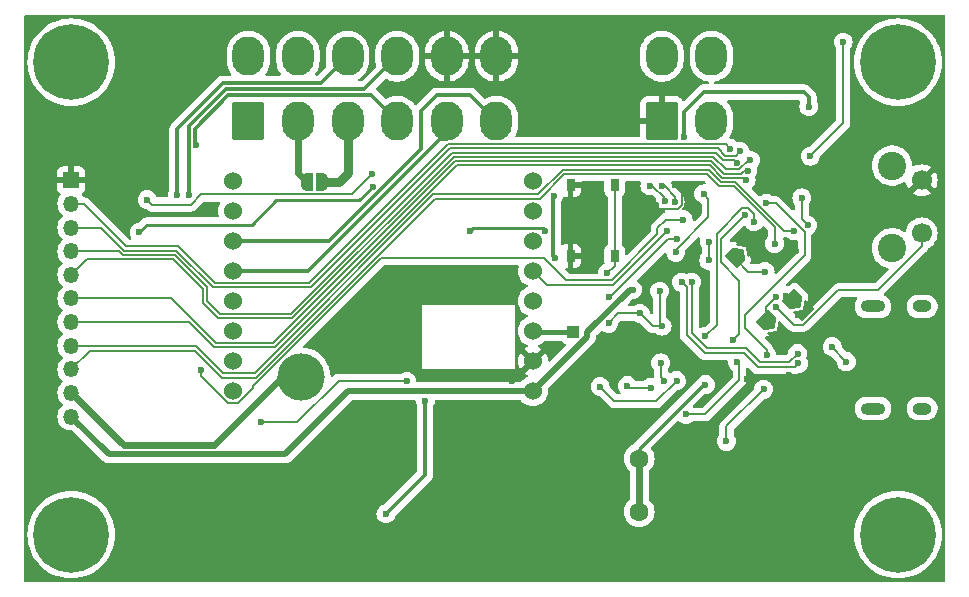
<source format=gbr>
%TF.GenerationSoftware,KiCad,Pcbnew,7.99.0-1.20231130git343828c.fc38*%
%TF.CreationDate,2023-12-04T23:22:27-03:00*%
%TF.ProjectId,Wideband_v3,57696465-6261-46e6-945f-76332e6b6963,rev?*%
%TF.SameCoordinates,Original*%
%TF.FileFunction,Copper,L2,Bot*%
%TF.FilePolarity,Positive*%
%FSLAX46Y46*%
G04 Gerber Fmt 4.6, Leading zero omitted, Abs format (unit mm)*
G04 Created by KiCad (PCBNEW 7.99.0-1.20231130git343828c.fc38) date 2023-12-04 23:22:27*
%MOMM*%
%LPD*%
G01*
G04 APERTURE LIST*
G04 Aperture macros list*
%AMRoundRect*
0 Rectangle with rounded corners*
0 $1 Rounding radius*
0 $2 $3 $4 $5 $6 $7 $8 $9 X,Y pos of 4 corners*
0 Add a 4 corners polygon primitive as box body*
4,1,4,$2,$3,$4,$5,$6,$7,$8,$9,$2,$3,0*
0 Add four circle primitives for the rounded corners*
1,1,$1+$1,$2,$3*
1,1,$1+$1,$4,$5*
1,1,$1+$1,$6,$7*
1,1,$1+$1,$8,$9*
0 Add four rect primitives between the rounded corners*
20,1,$1+$1,$2,$3,$4,$5,0*
20,1,$1+$1,$4,$5,$6,$7,0*
20,1,$1+$1,$6,$7,$8,$9,0*
20,1,$1+$1,$8,$9,$2,$3,0*%
%AMFreePoly0*
4,1,6,1.000000,0.000000,0.499999,-0.750000,-0.499999,-0.750000,-0.499999,0.750000,0.499999,0.750000,1.000000,0.000000,1.000000,0.000000,$1*%
%AMFreePoly1*
4,1,6,0.499999,-0.750000,-0.649999,-0.750000,-0.150000,0.000000,-0.649999,0.750000,0.499999,0.750000,0.499999,-0.750000,0.499999,-0.750000,$1*%
%AMFreePoly2*
4,1,19,0.500000,-0.750000,0.000000,-0.750000,0.000000,-0.744911,-0.071157,-0.744911,-0.207708,-0.704816,-0.327430,-0.627875,-0.420627,-0.520320,-0.479746,-0.390866,-0.500000,-0.250000,-0.500000,0.250000,-0.479746,0.390866,-0.420627,0.520320,-0.327430,0.627875,-0.207708,0.704816,-0.071157,0.744911,0.000000,0.744911,0.000000,0.750000,0.500000,0.750000,0.500000,-0.750000,0.500000,-0.750000,
$1*%
%AMFreePoly3*
4,1,19,0.000000,0.744911,0.071157,0.744911,0.207708,0.704816,0.327430,0.627875,0.420627,0.520320,0.479746,0.390866,0.500000,0.250000,0.500000,-0.250000,0.479746,-0.390866,0.420627,-0.520320,0.327430,-0.627875,0.207708,-0.704816,0.071157,-0.744911,0.000000,-0.744911,0.000000,-0.750000,-0.500000,-0.750000,-0.500000,0.750000,0.000000,0.750000,0.000000,0.744911,0.000000,0.744911,
$1*%
G04 Aperture macros list end*
%TA.AperFunction,ComponentPad*%
%ADD10C,0.800000*%
%TD*%
%TA.AperFunction,ComponentPad*%
%ADD11C,6.400000*%
%TD*%
%TA.AperFunction,ComponentPad*%
%ADD12R,1.350000X1.350000*%
%TD*%
%TA.AperFunction,ComponentPad*%
%ADD13O,1.350000X1.350000*%
%TD*%
%TA.AperFunction,ComponentPad*%
%ADD14C,2.400000*%
%TD*%
%TA.AperFunction,ComponentPad*%
%ADD15C,1.700000*%
%TD*%
%TA.AperFunction,ComponentPad*%
%ADD16C,1.524000*%
%TD*%
%TA.AperFunction,ComponentPad*%
%ADD17O,2.100000X1.000000*%
%TD*%
%TA.AperFunction,ComponentPad*%
%ADD18O,1.600000X1.000000*%
%TD*%
%TA.AperFunction,SMDPad,CuDef*%
%ADD19R,1.000000X1.000000*%
%TD*%
%TA.AperFunction,SMDPad,CuDef*%
%ADD20FreePoly0,315.000000*%
%TD*%
%TA.AperFunction,SMDPad,CuDef*%
%ADD21FreePoly1,315.000000*%
%TD*%
%TA.AperFunction,SMDPad,CuDef*%
%ADD22R,0.750000X1.000000*%
%TD*%
%TA.AperFunction,ComponentPad*%
%ADD23RoundRect,0.250001X-1.099999X-1.399999X1.099999X-1.399999X1.099999X1.399999X-1.099999X1.399999X0*%
%TD*%
%TA.AperFunction,ComponentPad*%
%ADD24O,2.700000X3.300000*%
%TD*%
%TA.AperFunction,SMDPad,CuDef*%
%ADD25FreePoly2,0.000000*%
%TD*%
%TA.AperFunction,SMDPad,CuDef*%
%ADD26FreePoly3,0.000000*%
%TD*%
%TA.AperFunction,SMDPad,CuDef*%
%ADD27FreePoly0,45.000000*%
%TD*%
%TA.AperFunction,SMDPad,CuDef*%
%ADD28FreePoly1,45.000000*%
%TD*%
%TA.AperFunction,ViaPad*%
%ADD29C,0.600000*%
%TD*%
%TA.AperFunction,ViaPad*%
%ADD30C,1.600000*%
%TD*%
%TA.AperFunction,ViaPad*%
%ADD31C,4.000000*%
%TD*%
%TA.AperFunction,Conductor*%
%ADD32C,0.300000*%
%TD*%
%TA.AperFunction,Conductor*%
%ADD33C,0.200000*%
%TD*%
%TA.AperFunction,Conductor*%
%ADD34C,0.250000*%
%TD*%
%TA.AperFunction,Conductor*%
%ADD35C,0.150000*%
%TD*%
%TA.AperFunction,Conductor*%
%ADD36C,0.130000*%
%TD*%
%TA.AperFunction,Conductor*%
%ADD37C,0.350000*%
%TD*%
%TA.AperFunction,Conductor*%
%ADD38C,0.500000*%
%TD*%
%TA.AperFunction,Conductor*%
%ADD39C,0.600000*%
%TD*%
%TA.AperFunction,Conductor*%
%ADD40C,2.500000*%
%TD*%
%TA.AperFunction,Conductor*%
%ADD41C,0.800000*%
%TD*%
%TA.AperFunction,Conductor*%
%ADD42C,0.450000*%
%TD*%
G04 APERTURE END LIST*
D10*
%TO.P,H3,1*%
%TO.N,N/C*%
X80222400Y-110125600D03*
X80925344Y-108428544D03*
X80925344Y-111822656D03*
X82622400Y-107725600D03*
D11*
X82622400Y-110125600D03*
D10*
X82622400Y-112525600D03*
X84319456Y-108428544D03*
X84319456Y-111822656D03*
X85022400Y-110125600D03*
%TD*%
D12*
%TO.P,J1,1,Pin_1*%
%TO.N,GND*%
X82622400Y-80125600D03*
D13*
%TO.P,J1,2,Pin_2*%
%TO.N,/MCU/GPIO21*%
X82622400Y-82125600D03*
%TO.P,J1,3,Pin_3*%
%TO.N,/MCU/GPIO20*%
X82622400Y-84125600D03*
%TO.P,J1,4,Pin_4*%
%TO.N,/MCU/GPIO19*%
X82622400Y-86125600D03*
%TO.P,J1,5,Pin_5*%
%TO.N,/MCU/GPIO18*%
X82622400Y-88125600D03*
%TO.P,J1,6,Pin_6*%
%TO.N,/MCU/GPIO17*%
X82622400Y-90125600D03*
%TO.P,J1,7,Pin_7*%
%TO.N,/MCU/GPIO16*%
X82622400Y-92125600D03*
%TO.P,J1,8,Pin_8*%
%TO.N,/MCU/GPIO15*%
X82622400Y-94125600D03*
%TO.P,J1,9,Pin_9*%
%TO.N,/MCU/GPIO14*%
X82622400Y-96125600D03*
%TO.P,J1,10,Pin_10*%
%TO.N,+12VA*%
X82622400Y-98125600D03*
%TO.P,J1,11,Pin_11*%
%TO.N,+5V*%
X82622400Y-100125600D03*
%TD*%
D10*
%TO.P,H1,1*%
%TO.N,N/C*%
X150222400Y-70125600D03*
X150925344Y-68428544D03*
X150925344Y-71822656D03*
X152622400Y-67725600D03*
D11*
X152622400Y-70125600D03*
D10*
X152622400Y-72525600D03*
X154319456Y-68428544D03*
X154319456Y-71822656D03*
X155022400Y-70125600D03*
%TD*%
D14*
%TO.P,SW3,*%
%TO.N,*%
X152122401Y-78875600D03*
X152122400Y-85875600D03*
D15*
%TO.P,SW3,1,1*%
%TO.N,GND*%
X154622400Y-80125600D03*
%TO.P,SW3,2,2*%
%TO.N,/MCU/BTN_YES*%
X154622400Y-84625601D03*
%TD*%
D10*
%TO.P,H4,1*%
%TO.N,N/C*%
X150222400Y-110125600D03*
X150925344Y-108428544D03*
X150925344Y-111822656D03*
X152622400Y-107725600D03*
D11*
X152622400Y-110125600D03*
D10*
X152622400Y-112525600D03*
X154319456Y-108428544D03*
X154319456Y-111822656D03*
X155022400Y-110125600D03*
%TD*%
D16*
%TO.P,U3,1,5V*%
%TO.N,+5V*%
X121716800Y-97967800D03*
%TO.P,U3,2,GND*%
%TO.N,GND*%
X121716800Y-95427800D03*
%TO.P,U3,3,SEL_1*%
%TO.N,Net-(U3-SEL_1)*%
X121716800Y-92887800D03*
%TO.P,U3,4,SEL_2*%
%TO.N,Net-(U3-SEL_2)*%
X121716800Y-90347800D03*
%TO.P,U3,5,CAN_RX*%
%TO.N,/MCU/WBO_RX*%
X121716800Y-87807800D03*
%TO.P,U3,6,CAN_TX*%
%TO.N,Net-(D6-K)*%
X121716800Y-85267800D03*
%TO.P,U3,7,VBatt_Sense*%
%TO.N,+12V*%
X121716800Y-82727800D03*
%TO.P,U3,8,Boot0*%
%TO.N,Net-(U3-Boot0)*%
X121716800Y-80187800D03*
%TO.P,U3,9,HEAT_GND*%
%TO.N,GND*%
X96316800Y-97967800D03*
%TO.P,U3,10,HEAT_GND2*%
X96316801Y-95427800D03*
%TO.P,U3,11,HEATER-*%
%TO.N,/HEATER-*%
X96316800Y-92887800D03*
%TO.P,U3,12,HEATER-*%
X96316800Y-90347800D03*
%TO.P,U3,13,LSU_ip*%
%TO.N,/LSU_ip*%
X96316800Y-87807800D03*
%TO.P,U3,14,LSU_vm*%
%TO.N,/LSU_vm*%
X96316800Y-85267801D03*
%TO.P,U3,15,LSU_rtrim*%
%TO.N,/LSU_rtrim*%
X96316800Y-82727799D03*
%TO.P,U3,16,LSU_un*%
%TO.N,/LSU_un*%
X96316800Y-80187800D03*
%TD*%
D17*
%TO.P,J2,S1,SHIELD*%
%TO.N,unconnected-(J2-SHIELD-PadS1)_2*%
X150492400Y-99445600D03*
D18*
%TO.N,unconnected-(J2-SHIELD-PadS1)_0*%
X154672400Y-99445600D03*
D17*
%TO.N,unconnected-(J2-SHIELD-PadS1)_1*%
X150492400Y-90805600D03*
D18*
%TO.N,unconnected-(J2-SHIELD-PadS1)*%
X154672400Y-90805600D03*
%TD*%
D10*
%TO.P,H2,1*%
%TO.N,N/C*%
X80222400Y-70125600D03*
X80925344Y-68428544D03*
X80925344Y-71822656D03*
X82622400Y-67725600D03*
D11*
X82622400Y-70125600D03*
D10*
X82622400Y-72525600D03*
X84319456Y-68428544D03*
X84319456Y-71822656D03*
X85022400Y-70125600D03*
%TD*%
D19*
%TO.P,TP3,1,1*%
%TO.N,Net-(U3-SEL_1)*%
X125069600Y-92964000D03*
%TD*%
D20*
%TO.P,JP2,1,A*%
%TO.N,/MCU/CF_CONF1*%
X143657748Y-90190748D03*
D21*
%TO.P,JP2,2,B*%
%TO.N,GND*%
X144683052Y-91216052D03*
%TD*%
D22*
%TO.P,SW1,1,1*%
%TO.N,GND*%
X124897400Y-80525600D03*
X124897400Y-86525600D03*
%TO.P,SW1,2,2*%
%TO.N,/MCU/FORCE_BOOTLOADER*%
X128647400Y-80525600D03*
X128647400Y-86525600D03*
%TD*%
D23*
%TO.P,J5,1,Pin_1*%
%TO.N,/HEATER-*%
X97622400Y-75125600D03*
D24*
%TO.P,J5,2,Pin_2*%
%TO.N,+12VA*%
X101822399Y-75125600D03*
%TO.P,J5,3,Pin_3*%
%TO.N,+12V*%
X106022400Y-75125600D03*
%TO.P,J5,4,Pin_4*%
%TO.N,/NARROW*%
X110222399Y-75125600D03*
%TO.P,J5,5,Pin_5*%
%TO.N,/LSU_ip*%
X114422400Y-75125600D03*
%TO.P,J5,6,Pin_6*%
%TO.N,/LSU_vm*%
X118622399Y-75125600D03*
%TO.P,J5,7,Pin_7*%
%TO.N,/LSU_rtrim*%
X97622400Y-69625600D03*
%TO.P,J5,8,Pin_8*%
%TO.N,/LSU_un*%
X101822400Y-69625600D03*
%TO.P,J5,9,Pin_9*%
%TO.N,/TEMP_OUT*%
X106022400Y-69625600D03*
%TO.P,J5,10,Pin_10*%
%TO.N,/LAMBDA_OUT*%
X110222400Y-69625600D03*
%TO.P,J5,11,Pin_11*%
%TO.N,GND*%
X114422400Y-69625600D03*
%TO.P,J5,12,Pin_12*%
X118622400Y-69625600D03*
%TD*%
D25*
%TO.P,JP5,1,1*%
%TO.N,+12VA*%
X102575601Y-80264000D03*
D26*
%TO.P,JP5,2,2*%
%TO.N,+12V*%
X103875599Y-80264000D03*
%TD*%
D20*
%TO.P,JP1,1,A*%
%TO.N,/MCU/CF_CONF0*%
X141477719Y-91964377D03*
D21*
%TO.P,JP1,2,B*%
%TO.N,GND*%
X142503023Y-92989681D03*
%TD*%
D27*
%TO.P,JP3,1,A*%
%TO.N,/MCU/CF_CONF2*%
X138780948Y-86720252D03*
D28*
%TO.P,JP3,2,B*%
%TO.N,GND*%
X139806252Y-85694948D03*
%TD*%
D23*
%TO.P,J4,1,Pin_1*%
%TO.N,GND*%
X132622400Y-75125600D03*
D24*
%TO.P,J4,2,Pin_2*%
%TO.N,/CAN-*%
X136822399Y-75125600D03*
%TO.P,J4,3,Pin_3*%
%TO.N,unconnected-(J4-Pin_3-Pad3)*%
X132622400Y-69625600D03*
%TO.P,J4,4,Pin_4*%
%TO.N,/CAN+*%
X136822400Y-69625600D03*
%TD*%
D29*
%TO.N,GND*%
X132144885Y-82248085D03*
X142646400Y-70967600D03*
X147980400Y-84683600D03*
X141622400Y-77625600D03*
X125134600Y-84455000D03*
X133722400Y-80525600D03*
X150972400Y-81225600D03*
X143891000Y-75167400D03*
X143972400Y-86075600D03*
X130084600Y-84455000D03*
X143422400Y-96625600D03*
X139872400Y-96975600D03*
X119972400Y-97125600D03*
X147218400Y-100177600D03*
X141035502Y-74357902D03*
X140174332Y-86138961D03*
X149022400Y-79825600D03*
%TO.N,Net-(D11-A)*%
X112598200Y-98780600D03*
X109270800Y-108356400D03*
%TO.N,+5V*%
X134472400Y-76500600D03*
X130149600Y-89375600D03*
X123472400Y-81475600D03*
X145072400Y-73879400D03*
X123572400Y-86669013D03*
%TO.N,+3V3*%
X133819110Y-86225600D03*
D30*
X130708400Y-108178600D03*
D29*
X111022400Y-97125600D03*
X132643546Y-92474977D03*
X145186400Y-78079600D03*
X141241213Y-97814562D03*
X138102405Y-102223370D03*
X136322400Y-97425600D03*
X98722400Y-100625600D03*
X147980400Y-68427600D03*
X132441560Y-89517640D03*
X136174051Y-81273948D03*
X130799208Y-91399992D03*
X128121432Y-92228039D03*
D30*
X130708400Y-103682401D03*
D29*
%TO.N,+1V1*%
X136631610Y-85334058D03*
X136608613Y-86905745D03*
%TO.N,Net-(U1-XOUT)*%
X144485155Y-81612061D03*
X144975422Y-83926785D03*
D31*
%TO.N,+12VA*%
X102082600Y-96799400D03*
D29*
%TO.N,/MCU/WBO_TX*%
X128122400Y-90025600D03*
X133897800Y-85101000D03*
%TO.N,/MCU/WBO_RX*%
X133105800Y-84413800D03*
%TO.N,/MCU/GPIO21*%
X138439531Y-77450600D03*
%TO.N,/MCU/GPIO14*%
X142172400Y-85475600D03*
%TO.N,/MCU/USB_DP*%
X147052800Y-94208600D03*
X148255159Y-95479100D03*
%TO.N,/MCU/NRST*%
X141488564Y-82062978D03*
X141522400Y-94924129D03*
%TO.N,/MCU/SYS_SWCLK*%
X136322400Y-93325600D03*
X140422400Y-83638267D03*
X132522400Y-95587678D03*
X132822400Y-97087678D03*
%TO.N,/MCU/SYS_SWDIO*%
X134645400Y-99949000D03*
X138633168Y-93678005D03*
X139011443Y-95536558D03*
X139680494Y-83053378D03*
%TO.N,/LAMBDA_OUT*%
X92557600Y-81375600D03*
%TO.N,/TEMP_OUT*%
X91592400Y-81345000D03*
%TO.N,/MCU/CF_CONF0*%
X142322400Y-90025600D03*
%TO.N,/MCU/CF_CONF1*%
X143160878Y-89887123D03*
%TO.N,/MCU/CF_CONF2*%
X141364596Y-87846286D03*
%TO.N,/MCU/FORCE_BOOTLOADER*%
X128022400Y-87975600D03*
%TO.N,/MCU/USB-*%
X144195800Y-95631000D03*
X134296600Y-88747600D03*
%TO.N,/MCU/USB+*%
X144119600Y-94792800D03*
X135146600Y-88747600D03*
%TO.N,Net-(U1-QSPI_SS)*%
X127406400Y-97586800D03*
X133872400Y-97087678D03*
%TO.N,/MCU/BTN_YES*%
X142278987Y-90882187D03*
%TO.N,/m_narrow*%
X134422400Y-83450600D03*
X93572400Y-96225600D03*
%TO.N,/NARROW*%
X93207600Y-77125600D03*
%TO.N,/MCU/GPIO19*%
X138962494Y-78623680D03*
%TO.N,/MCU/GPIO20*%
X139222400Y-77675600D03*
%TO.N,/MCU/GPIO16*%
X139757538Y-80130303D03*
%TO.N,Net-(U1-QSPI_SD1)*%
X131674737Y-97677937D03*
X129717800Y-97510600D03*
%TO.N,/DAC_CS*%
X133746642Y-81926358D03*
X132680473Y-80620500D03*
%TO.N,/m_LAMBDA_OUT*%
X116422400Y-84389800D03*
X122747400Y-84389800D03*
X88372400Y-84525600D03*
X108162780Y-80665980D03*
%TO.N,/DAC_SO*%
X132927973Y-81850600D03*
X131622400Y-80575600D03*
%TO.N,/m_TEMP_OUT*%
X108122400Y-79575600D03*
X89052400Y-81762600D03*
%TO.N,/MCU/GPIO18*%
X140122400Y-78425600D03*
%TO.N,/MCU/GPIO17*%
X139904661Y-79307860D03*
%TO.N,/MCU/GPIO15*%
X143807471Y-84385181D03*
%TD*%
D32*
%TO.N,/TEMP_OUT*%
X91592400Y-81345000D02*
X91592400Y-75819000D01*
X95504000Y-71907400D02*
X103740600Y-71907400D01*
X91592400Y-75819000D02*
X95504000Y-71907400D01*
X103740600Y-71907400D02*
X106022400Y-69625600D01*
D33*
%TO.N,GND*%
X134346642Y-82174887D02*
X133995171Y-82526358D01*
D34*
X121670200Y-95427800D02*
X119972400Y-97125600D01*
D35*
X124897400Y-84217800D02*
X125134600Y-84455000D01*
D34*
X141622400Y-77625600D02*
X141622400Y-77436000D01*
D35*
X124897400Y-86525600D02*
X124897400Y-83825600D01*
D34*
X150972400Y-81225600D02*
X150422400Y-81225600D01*
D35*
X124897400Y-83825600D02*
X124897400Y-84217800D01*
D33*
X132423158Y-82526358D02*
X132144885Y-82248085D01*
D34*
X150422400Y-81225600D02*
X149022400Y-79825600D01*
X140222400Y-96625600D02*
X139872400Y-96975600D01*
D33*
X134346642Y-81149842D02*
X134346642Y-82174887D01*
X133995171Y-82526358D02*
X132423158Y-82526358D01*
D34*
X121716800Y-95427800D02*
X121670200Y-95427800D01*
D35*
X124897400Y-83825600D02*
X124897400Y-80525600D01*
D36*
X139806252Y-85694948D02*
X139806252Y-85770881D01*
D34*
X143422400Y-96625600D02*
X140222400Y-96625600D01*
D36*
X139806252Y-85770881D02*
X140174332Y-86138961D01*
D33*
X133722400Y-80525600D02*
X134346642Y-81149842D01*
D34*
X141622400Y-77436000D02*
X143891000Y-75167400D01*
D37*
%TO.N,Net-(D11-A)*%
X112598200Y-98780600D02*
X112572800Y-98806000D01*
X112572800Y-105054400D02*
X109270800Y-108356400D01*
X112572800Y-98806000D02*
X112572800Y-105054400D01*
D38*
%TO.N,+5V*%
X126322400Y-93362200D02*
X126322400Y-92966410D01*
X106080200Y-97967800D02*
X100722400Y-103325600D01*
D37*
X144672400Y-72675600D02*
X145072400Y-73075600D01*
D38*
X129913210Y-89375600D02*
X130149600Y-89375600D01*
X100722400Y-103325600D02*
X85822400Y-103325600D01*
D37*
X123572400Y-86669013D02*
X123422400Y-86519013D01*
D38*
X126322400Y-92966410D02*
X129913210Y-89375600D01*
D37*
X123422400Y-86519013D02*
X123422400Y-81525600D01*
D38*
X121716800Y-97967800D02*
X126322400Y-93362200D01*
D37*
X134472400Y-76500600D02*
X134472400Y-74375600D01*
X123422400Y-81525600D02*
X123472400Y-81475600D01*
X145072400Y-73075600D02*
X145072400Y-73879400D01*
D38*
X121716800Y-97967800D02*
X106080200Y-97967800D01*
X85822400Y-103325600D02*
X82622400Y-100125600D01*
D37*
X134472400Y-74375600D02*
X136172400Y-72675600D01*
X136172400Y-72675600D02*
X144672400Y-72675600D01*
D35*
%TO.N,+3V3*%
X133819110Y-85992863D02*
X136572400Y-83239573D01*
D33*
X101772400Y-100625600D02*
X105272400Y-97125600D01*
X101772400Y-100625600D02*
X98722400Y-100625600D01*
X138102405Y-100953370D02*
X141241213Y-97814562D01*
D34*
X136122400Y-97425600D02*
X130708400Y-102839600D01*
D33*
X138102405Y-102223370D02*
X138102405Y-100953370D01*
D39*
X130708400Y-103682401D02*
X130708400Y-108178600D01*
D33*
X111022400Y-97125600D02*
X105272400Y-97125600D01*
X128121432Y-92228039D02*
X128949479Y-91399992D01*
D35*
X132441560Y-92272991D02*
X132643546Y-92474977D01*
D33*
X128949479Y-91399992D02*
X130799208Y-91399992D01*
D35*
X132643546Y-92474977D02*
X131874193Y-92474977D01*
D34*
X136322400Y-97425600D02*
X136122400Y-97425600D01*
D35*
X133819110Y-86225600D02*
X133819110Y-85992863D01*
X136572400Y-83239573D02*
X136572400Y-81672297D01*
X131874193Y-92474977D02*
X130799208Y-91399992D01*
D34*
X130708400Y-102839600D02*
X130708400Y-103682401D01*
D35*
X136572400Y-81672297D02*
X136174051Y-81273948D01*
D33*
X145186400Y-78079600D02*
X147980400Y-75285600D01*
D35*
X132441560Y-89517640D02*
X132441560Y-92272991D01*
D33*
X147980400Y-75285600D02*
X147980400Y-68427600D01*
D35*
%TO.N,+1V1*%
X136631610Y-86816390D02*
X136608613Y-86839387D01*
X136608613Y-86839387D02*
X136608613Y-86905745D01*
X136631610Y-85334058D02*
X136631610Y-86816390D01*
D33*
%TO.N,Net-(U1-XOUT)*%
X144485155Y-83436518D02*
X144485155Y-81612061D01*
X144975422Y-83926785D02*
X144485155Y-83436518D01*
D39*
%TO.N,+12VA*%
X82622400Y-98125600D02*
X87072400Y-102575600D01*
X87072400Y-102575600D02*
X94722400Y-102575600D01*
X101822399Y-75125600D02*
X101822399Y-79510798D01*
X94722400Y-102575600D02*
X100498600Y-96799400D01*
D40*
X102082600Y-96799400D02*
X101822399Y-96539199D01*
D39*
X101822399Y-79510798D02*
X102575601Y-80264000D01*
X100498600Y-96799400D02*
X102082600Y-96799400D01*
D33*
%TO.N,/MCU/WBO_TX*%
X128122400Y-90025600D02*
X128222400Y-90025600D01*
X128222400Y-90025600D02*
X133147000Y-85101000D01*
X133147000Y-85101000D02*
X133897800Y-85101000D01*
%TO.N,/MCU/WBO_RX*%
X122884600Y-88975600D02*
X121716800Y-87807800D01*
X133084200Y-84413800D02*
X128522400Y-88975600D01*
X128522400Y-88975600D02*
X122884600Y-88975600D01*
X133105800Y-84413800D02*
X133084200Y-84413800D01*
D35*
%TO.N,/MCU/GPIO21*%
X138064531Y-77075600D02*
X114562608Y-77075600D01*
X102793408Y-88844800D02*
X94791600Y-88844800D01*
X138439531Y-77450600D02*
X138064531Y-77075600D01*
X114562608Y-77075600D02*
X102793408Y-88844800D01*
X94791600Y-88844800D02*
X91672400Y-85725600D01*
X83672400Y-82125600D02*
X82622400Y-82125600D01*
X87272400Y-85725600D02*
X83672400Y-82125600D01*
X91672400Y-85725600D02*
X87272400Y-85725600D01*
%TO.N,/MCU/GPIO14*%
X138727426Y-80625600D02*
X137482452Y-80625600D01*
X113427426Y-81675600D02*
X98277426Y-96825600D01*
X84172400Y-94575600D02*
X82622400Y-96125600D01*
X142172400Y-84070574D02*
X138727426Y-80625600D01*
X98277426Y-96825600D02*
X95377426Y-96825600D01*
X122317374Y-81675600D02*
X113427426Y-81675600D01*
X142172400Y-85475600D02*
X142172400Y-84070574D01*
X93127426Y-94575600D02*
X84172400Y-94575600D01*
X95377426Y-96825600D02*
X93127426Y-94575600D01*
X137482452Y-80625600D02*
X136482452Y-79625600D01*
X124367374Y-79625600D02*
X122317374Y-81675600D01*
X136482452Y-79625600D02*
X124367374Y-79625600D01*
D33*
%TO.N,/MCU/USB_DP*%
X148255159Y-95479100D02*
X148255159Y-95473959D01*
X148255159Y-95473959D02*
X147052800Y-94271600D01*
X147052800Y-94271600D02*
X147052800Y-94208600D01*
D35*
%TO.N,/MCU/NRST*%
X141522400Y-94475600D02*
X139709283Y-92662483D01*
X139709283Y-92662483D02*
X139709283Y-91499061D01*
X142298441Y-82062978D02*
X141488564Y-82062978D01*
X144722400Y-86485944D02*
X144722400Y-84486937D01*
X139709283Y-91499061D02*
X144722400Y-86485944D01*
X141522400Y-94924129D02*
X141522400Y-94475600D01*
X144722400Y-84486937D02*
X142298441Y-82062978D01*
%TO.N,/MCU/SYS_SWCLK*%
X140422400Y-82975600D02*
X140422400Y-83638267D01*
X136322400Y-93325600D02*
X137267065Y-92380935D01*
X132546400Y-96811678D02*
X132546400Y-95611678D01*
X137267065Y-92380935D02*
X137267065Y-84653634D01*
X139925178Y-82478378D02*
X140422400Y-82975600D01*
X132546400Y-95611678D02*
X132522400Y-95587678D01*
X139442321Y-82478378D02*
X139925178Y-82478378D01*
X137267065Y-84653634D02*
X139442321Y-82478378D01*
X132822400Y-97087678D02*
X132546400Y-96811678D01*
%TO.N,/MCU/SYS_SWDIO*%
X139201070Y-88648515D02*
X137617065Y-87064510D01*
X137617065Y-87064510D02*
X137617065Y-85116807D01*
X138633168Y-93678005D02*
X139144457Y-93166716D01*
X139144457Y-88705128D02*
X139201070Y-88648515D01*
X136299000Y-99949000D02*
X134645400Y-99949000D01*
X139011443Y-95536558D02*
X139201070Y-95726185D01*
X139201070Y-97046930D02*
X136299000Y-99949000D01*
X137617065Y-85116807D02*
X139680494Y-83053378D01*
X139144457Y-93166716D02*
X139144457Y-88705128D01*
X139201070Y-95726185D02*
X139201070Y-97046930D01*
D32*
%TO.N,/LAMBDA_OUT*%
X92557600Y-75560906D02*
X95711106Y-72407400D01*
X107440600Y-72407400D02*
X110222400Y-69625600D01*
X95711106Y-72407400D02*
X107440600Y-72407400D01*
X92557600Y-81375600D02*
X92557600Y-75560906D01*
%TO.N,/LSU_ip*%
X114422400Y-75125600D02*
X114422400Y-76650600D01*
X102647306Y-87807800D02*
X96316800Y-87807800D01*
X114422400Y-76650600D02*
X113804506Y-76650600D01*
X113804506Y-76650600D02*
X102647306Y-87807800D01*
%TO.N,/LSU_vm*%
X118622399Y-75125600D02*
X116422399Y-72925600D01*
X112272400Y-77475600D02*
X104480199Y-85267801D01*
X113572400Y-72925600D02*
X112272400Y-74225600D01*
X104480199Y-85267801D02*
X96316800Y-85267801D01*
X116422399Y-72925600D02*
X113572400Y-72925600D01*
X112272400Y-74225600D02*
X112272400Y-77475600D01*
D41*
%TO.N,+12V*%
X103875599Y-80264000D02*
X105257600Y-80264000D01*
X105257600Y-80264000D02*
X106022400Y-79499200D01*
X106022400Y-79499200D02*
X106022400Y-75125600D01*
D35*
%TO.N,/MCU/CF_CONF0*%
X142322400Y-90025600D02*
X141477719Y-90870281D01*
X141477719Y-90870281D02*
X141477719Y-91964377D01*
%TO.N,/MCU/CF_CONF1*%
X143464503Y-90190748D02*
X143657748Y-90190748D01*
X143160878Y-89887123D02*
X143464503Y-90190748D01*
D33*
%TO.N,/MCU/CF_CONF2*%
X139906982Y-87846286D02*
X138780948Y-86720252D01*
X141364596Y-87846286D02*
X139906982Y-87846286D01*
%TO.N,/MCU/FORCE_BOOTLOADER*%
X128647400Y-87350600D02*
X128022400Y-87975600D01*
X128647400Y-80525600D02*
X128647400Y-86525600D01*
X128647400Y-86525600D02*
X128647400Y-87350600D01*
%TO.N,/MCU/USB-*%
X134746600Y-89197600D02*
X134296600Y-88747600D01*
X139556715Y-94725600D02*
X136256714Y-94725600D01*
X140755243Y-95924129D02*
X139556715Y-94725600D01*
X143902671Y-95924129D02*
X140755243Y-95924129D01*
X136256714Y-94725600D02*
X134746600Y-93215485D01*
X134746600Y-93215485D02*
X134746600Y-89197600D01*
X144195800Y-95631000D02*
X143902671Y-95924129D01*
%TO.N,/MCU/USB+*%
X135146600Y-88747600D02*
X135146600Y-93049800D01*
X143388271Y-95524129D02*
X144119600Y-94792800D01*
X135146600Y-93049800D02*
X136422400Y-94325600D01*
X136422400Y-94325600D02*
X139722400Y-94325600D01*
X140920929Y-95524129D02*
X143388271Y-95524129D01*
X139722400Y-94325600D02*
X140920929Y-95524129D01*
D35*
%TO.N,Net-(U1-QSPI_SS)*%
X132128678Y-98831400D02*
X128600200Y-98831400D01*
X128600200Y-98831400D02*
X127406400Y-97637600D01*
X127406400Y-97637600D02*
X127406400Y-97586800D01*
X133872400Y-97087678D02*
X132128678Y-98831400D01*
%TO.N,/MCU/BTN_YES*%
X142278987Y-90882187D02*
X143776735Y-92379935D01*
X154622400Y-85725600D02*
X154622400Y-84625601D01*
X144622255Y-92379935D02*
X147576590Y-89425600D01*
X150922400Y-89425600D02*
X154622400Y-85725600D01*
X147576590Y-89425600D02*
X150922400Y-89425600D01*
X143776735Y-92379935D02*
X144622255Y-92379935D01*
D42*
%TO.N,Net-(U3-SEL_1)*%
X121793000Y-92964000D02*
X121716800Y-92887800D01*
X125069600Y-92964000D02*
X121793000Y-92964000D01*
D35*
%TO.N,/m_narrow*%
X98022400Y-97728740D02*
X96746340Y-99004800D01*
X132972401Y-83450600D02*
X132257235Y-84165766D01*
X93572400Y-96689940D02*
X93572400Y-96225600D01*
X132257235Y-84165766D02*
X132257235Y-84710435D01*
X128367070Y-88600600D02*
X124547400Y-88600600D01*
X132257235Y-84710435D02*
X128367070Y-88600600D01*
X95887260Y-99004800D02*
X93572400Y-96689940D01*
X122672400Y-86725600D02*
X108872400Y-86725600D01*
X124547400Y-88600600D02*
X122672400Y-86725600D01*
X108872400Y-86725600D02*
X98022400Y-97575600D01*
X134422400Y-83450600D02*
X132972401Y-83450600D01*
X96746340Y-99004800D02*
X95887260Y-99004800D01*
X98022400Y-97575600D02*
X98022400Y-97728740D01*
D32*
%TO.N,/NARROW*%
X95918212Y-72907400D02*
X108004199Y-72907400D01*
X93207600Y-77125600D02*
X93065600Y-76983600D01*
X108004199Y-72907400D02*
X110222399Y-75125600D01*
X93065600Y-76983600D02*
X93065600Y-75760012D01*
X93065600Y-75760012D02*
X95918212Y-72907400D01*
D35*
%TO.N,/MCU/GPIO19*%
X91382452Y-86425600D02*
X86982450Y-86425600D01*
X101202556Y-91425600D02*
X95217374Y-91425600D01*
X138714414Y-78375600D02*
X137827425Y-78375600D01*
X138962494Y-78623680D02*
X138714414Y-78375600D01*
X137827425Y-78375600D02*
X137227426Y-77775600D01*
X86982450Y-86425600D02*
X86682451Y-86125600D01*
X114852556Y-77775600D02*
X101202556Y-91425600D01*
X137227426Y-77775600D02*
X114852556Y-77775600D01*
X94122400Y-90330626D02*
X94122400Y-89165548D01*
X86682451Y-86125600D02*
X82622400Y-86125600D01*
X94122400Y-89165548D02*
X91382452Y-86425600D01*
X95217374Y-91425600D02*
X94122400Y-90330626D01*
%TO.N,/MCU/GPIO20*%
X137972400Y-78025600D02*
X137372400Y-77425600D01*
X137372400Y-77425600D02*
X114707582Y-77425600D01*
X102938382Y-89194800D02*
X94646625Y-89194800D01*
X94646625Y-89194800D02*
X91527426Y-86075600D01*
X87127425Y-86075600D02*
X85177426Y-84125600D01*
X139222400Y-77675600D02*
X138872400Y-78025600D01*
X114707582Y-77425600D02*
X102938382Y-89194800D01*
X85177426Y-84125600D02*
X82622400Y-84125600D01*
X91527426Y-86075600D02*
X87127425Y-86075600D01*
X138872400Y-78025600D02*
X137972400Y-78025600D01*
%TO.N,/MCU/GPIO16*%
X139525915Y-79898680D02*
X137745480Y-79898680D01*
X94722400Y-94275600D02*
X92572400Y-92125600D01*
X137745480Y-79898680D02*
X136672400Y-78825600D01*
X115287478Y-78825600D02*
X99837478Y-94275600D01*
X136672400Y-78825600D02*
X115287478Y-78825600D01*
X99837478Y-94275600D02*
X94722400Y-94275600D01*
X139757538Y-80130303D02*
X139525915Y-79898680D01*
X92572400Y-92125600D02*
X82622400Y-92125600D01*
%TO.N,Net-(U1-QSPI_SD1)*%
X131674737Y-97677937D02*
X129885137Y-97677937D01*
X129885137Y-97677937D02*
X129717800Y-97510600D01*
%TO.N,/DAC_CS*%
X132867300Y-80620500D02*
X132680473Y-80620500D01*
X133746642Y-81499842D02*
X132867300Y-80620500D01*
X133746642Y-81926358D02*
X133746642Y-81499842D01*
D34*
%TO.N,/m_LAMBDA_OUT*%
X99972400Y-81825600D02*
X97922400Y-83875600D01*
X99972400Y-81825600D02*
X107003160Y-81825600D01*
X122538400Y-84180800D02*
X116631400Y-84180800D01*
X89022400Y-83875600D02*
X88372400Y-84525600D01*
X116631400Y-84180800D02*
X116422400Y-84389800D01*
X97922400Y-83875600D02*
X89022400Y-83875600D01*
X108162780Y-80665980D02*
X107003160Y-81825600D01*
X122747400Y-84389800D02*
X122538400Y-84180800D01*
D35*
%TO.N,/DAC_SO*%
X132867400Y-81790027D02*
X132867400Y-81620600D01*
X132867400Y-81620600D02*
X131822400Y-80575600D01*
X132927973Y-81850600D02*
X132867400Y-81790027D01*
X131822400Y-80575600D02*
X131622400Y-80575600D01*
D33*
%TO.N,/m_TEMP_OUT*%
X106379000Y-81319000D02*
X93579000Y-81319000D01*
X108122400Y-79575600D02*
X106379000Y-81319000D01*
X93579000Y-81319000D02*
X92722400Y-82175600D01*
X89465400Y-82175600D02*
X89052400Y-81762600D01*
X92722400Y-82175600D02*
X89465400Y-82175600D01*
D35*
%TO.N,/MCU/GPIO18*%
X136972400Y-78125600D02*
X114997530Y-78125600D01*
X93772400Y-89310522D02*
X91237478Y-86775600D01*
X114997530Y-78125600D02*
X101347530Y-91775600D01*
X91237478Y-86775600D02*
X83972400Y-86775600D01*
X139200667Y-79198680D02*
X138045480Y-79198680D01*
X101347530Y-91775600D02*
X95072400Y-91775600D01*
X138045480Y-79198680D02*
X136972400Y-78125600D01*
X93772400Y-90475600D02*
X93772400Y-89310522D01*
X83972400Y-86775600D02*
X82622400Y-88125600D01*
X139973747Y-78425600D02*
X139200667Y-79198680D01*
X95072400Y-91775600D02*
X93772400Y-90475600D01*
X140122400Y-78425600D02*
X139973747Y-78425600D01*
%TO.N,/MCU/GPIO17*%
X94872400Y-93925600D02*
X91072400Y-90125600D01*
X139586461Y-79307860D02*
X139345641Y-79548680D01*
X91072400Y-90125600D02*
X82622400Y-90125600D01*
X136827426Y-78475600D02*
X115142504Y-78475600D01*
X115142504Y-78475600D02*
X99692504Y-93925600D01*
X99692504Y-93925600D02*
X94872400Y-93925600D01*
X139345641Y-79548680D02*
X137900506Y-79548680D01*
X137900506Y-79548680D02*
X136827426Y-78475600D01*
X139904661Y-79307860D02*
X139586461Y-79307860D01*
%TO.N,/MCU/GPIO15*%
X95511600Y-96464800D02*
X93172400Y-94125600D01*
X137600506Y-80248680D02*
X136627426Y-79275600D01*
X138845480Y-80248680D02*
X137600506Y-80248680D01*
X143807471Y-84385181D02*
X142981981Y-84385181D01*
X93172400Y-94125600D02*
X82622400Y-94125600D01*
X122172400Y-81325600D02*
X113282452Y-81325600D01*
X136627426Y-79275600D02*
X124222400Y-79275600D01*
X142981981Y-84385181D02*
X138845480Y-80248680D01*
X124222400Y-79275600D02*
X122172400Y-81325600D01*
X113282452Y-81325600D02*
X98143252Y-96464800D01*
X98143252Y-96464800D02*
X95511600Y-96464800D01*
%TD*%
%TA.AperFunction,Conductor*%
%TO.N,GND*%
G36*
X120450972Y-87320785D02*
G01*
X120496727Y-87373589D01*
X120506671Y-87442747D01*
X120503708Y-87457194D01*
X120468730Y-87587730D01*
X120468729Y-87587737D01*
X120449477Y-87807797D01*
X120449477Y-87807802D01*
X120468729Y-88027862D01*
X120468730Y-88027870D01*
X120525904Y-88241245D01*
X120525905Y-88241247D01*
X120525906Y-88241250D01*
X120610102Y-88421810D01*
X120619266Y-88441462D01*
X120619268Y-88441466D01*
X120745970Y-88622415D01*
X120745975Y-88622421D01*
X120902178Y-88778624D01*
X120902184Y-88778629D01*
X121083133Y-88905331D01*
X121083135Y-88905332D01*
X121083138Y-88905334D01*
X121177688Y-88949423D01*
X121211989Y-88965418D01*
X121264428Y-89011590D01*
X121283580Y-89078784D01*
X121263364Y-89145665D01*
X121211989Y-89190182D01*
X121083140Y-89250265D01*
X121083138Y-89250266D01*
X120902177Y-89376975D01*
X120745975Y-89533177D01*
X120619266Y-89714138D01*
X120619265Y-89714140D01*
X120525907Y-89914348D01*
X120525904Y-89914354D01*
X120468730Y-90127729D01*
X120468729Y-90127737D01*
X120449477Y-90347797D01*
X120449477Y-90347802D01*
X120468729Y-90567862D01*
X120468730Y-90567870D01*
X120525904Y-90781245D01*
X120525905Y-90781247D01*
X120525906Y-90781250D01*
X120583211Y-90904141D01*
X120619266Y-90981462D01*
X120619268Y-90981466D01*
X120745970Y-91162415D01*
X120745975Y-91162421D01*
X120902178Y-91318624D01*
X120902184Y-91318629D01*
X121083133Y-91445331D01*
X121083135Y-91445332D01*
X121083138Y-91445334D01*
X121202144Y-91500827D01*
X121211989Y-91505418D01*
X121264428Y-91551590D01*
X121283580Y-91618784D01*
X121263364Y-91685665D01*
X121211989Y-91730182D01*
X121083140Y-91790265D01*
X121083138Y-91790266D01*
X120902177Y-91916975D01*
X120745975Y-92073177D01*
X120619266Y-92254138D01*
X120619265Y-92254140D01*
X120572357Y-92354736D01*
X120534017Y-92436957D01*
X120525907Y-92454348D01*
X120525904Y-92454354D01*
X120468730Y-92667729D01*
X120468729Y-92667737D01*
X120450828Y-92872355D01*
X120446897Y-92882404D01*
X120450828Y-92903244D01*
X120468729Y-93107862D01*
X120468730Y-93107870D01*
X120525904Y-93321245D01*
X120525905Y-93321247D01*
X120525906Y-93321250D01*
X120595005Y-93469434D01*
X120619266Y-93521462D01*
X120619268Y-93521466D01*
X120745970Y-93702415D01*
X120745975Y-93702421D01*
X120902178Y-93858624D01*
X120902184Y-93858629D01*
X121083133Y-93985331D01*
X121083135Y-93985332D01*
X121083138Y-93985334D01*
X121177529Y-94029349D01*
X121212581Y-94045694D01*
X121265020Y-94091866D01*
X121284172Y-94159060D01*
X121263956Y-94225941D01*
X121212581Y-94270458D01*
X121083390Y-94330701D01*
X121018611Y-94376058D01*
X121689353Y-95046800D01*
X121666640Y-95046800D01*
X121569739Y-95072764D01*
X121482860Y-95122924D01*
X121411924Y-95193860D01*
X121361764Y-95280739D01*
X121335800Y-95377640D01*
X121335800Y-95400353D01*
X120665058Y-94729611D01*
X120619701Y-94794390D01*
X120526379Y-94994520D01*
X120526375Y-94994529D01*
X120469226Y-95207813D01*
X120469224Y-95207823D01*
X120450828Y-95418095D01*
X120448357Y-95424409D01*
X120450828Y-95437505D01*
X120469224Y-95647775D01*
X120469226Y-95647786D01*
X120526375Y-95861070D01*
X120526380Y-95861084D01*
X120619698Y-96061205D01*
X120619701Y-96061211D01*
X120665058Y-96125987D01*
X120665059Y-96125988D01*
X121335800Y-95455247D01*
X121335800Y-95477960D01*
X121361764Y-95574861D01*
X121411924Y-95661740D01*
X121482860Y-95732676D01*
X121569739Y-95782836D01*
X121666640Y-95808800D01*
X121689353Y-95808800D01*
X121018610Y-96479540D01*
X121083389Y-96524898D01*
X121212581Y-96585142D01*
X121265020Y-96631314D01*
X121284172Y-96698508D01*
X121263956Y-96765389D01*
X121212581Y-96809906D01*
X121083140Y-96870265D01*
X121083138Y-96870266D01*
X120902177Y-96996975D01*
X120745973Y-97153179D01*
X120738100Y-97164424D01*
X120683523Y-97208049D01*
X120636526Y-97217300D01*
X111949110Y-97217300D01*
X111882071Y-97197615D01*
X111836316Y-97144811D01*
X111825890Y-97107183D01*
X111807769Y-96946350D01*
X111807768Y-96946345D01*
X111799718Y-96923339D01*
X111748189Y-96776078D01*
X111742475Y-96766985D01*
X111662831Y-96640232D01*
X111652216Y-96623338D01*
X111524662Y-96495784D01*
X111505440Y-96483706D01*
X111371923Y-96399811D01*
X111201654Y-96340231D01*
X111201649Y-96340230D01*
X111022404Y-96320035D01*
X111022396Y-96320035D01*
X110843150Y-96340230D01*
X110843145Y-96340231D01*
X110672876Y-96399811D01*
X110520136Y-96495785D01*
X110517303Y-96498045D01*
X110515124Y-96498934D01*
X110514242Y-96499489D01*
X110514144Y-96499334D01*
X110452617Y-96524455D01*
X110439988Y-96525100D01*
X105193340Y-96525100D01*
X105152419Y-96536064D01*
X105152419Y-96536065D01*
X105115151Y-96546051D01*
X105040614Y-96566023D01*
X105040609Y-96566026D01*
X104903690Y-96645075D01*
X104903682Y-96645081D01*
X104791878Y-96756886D01*
X104791403Y-96757359D01*
X104791310Y-96757451D01*
X104729807Y-96790604D01*
X104660143Y-96785243D01*
X104604437Y-96743070D01*
X104580374Y-96677474D01*
X104580349Y-96677083D01*
X104568289Y-96485395D01*
X104568288Y-96485388D01*
X104568288Y-96485385D01*
X104509331Y-96176321D01*
X104473859Y-96067149D01*
X112308300Y-96067149D01*
X112314451Y-96073300D01*
X120197149Y-96073300D01*
X120203300Y-96067149D01*
X120203300Y-95448312D01*
X120207297Y-95434698D01*
X120205731Y-95431719D01*
X120203300Y-95407287D01*
X120203300Y-92914051D01*
X120209459Y-92893073D01*
X120205731Y-92885980D01*
X120203300Y-92861548D01*
X120203300Y-90724451D01*
X120197149Y-90718300D01*
X112323149Y-90718300D01*
X112314451Y-90718300D01*
X112314450Y-90718300D01*
X112308300Y-90724450D01*
X112308300Y-90724451D01*
X112308300Y-96067149D01*
X104473859Y-96067149D01*
X104412103Y-95877085D01*
X104404573Y-95861084D01*
X104309176Y-95658354D01*
X104278137Y-95592393D01*
X104229108Y-95515135D01*
X104109548Y-95326738D01*
X104109545Y-95326734D01*
X103908993Y-95084309D01*
X103908991Y-95084307D01*
X103794549Y-94976838D01*
X103679630Y-94868922D01*
X103679627Y-94868920D01*
X103679621Y-94868915D01*
X103425095Y-94683991D01*
X103425088Y-94683986D01*
X103425084Y-94683984D01*
X103149366Y-94532406D01*
X103149363Y-94532404D01*
X103149358Y-94532402D01*
X103149357Y-94532401D01*
X102856828Y-94416581D01*
X102856825Y-94416580D01*
X102552076Y-94338334D01*
X102552065Y-94338332D01*
X102378336Y-94316385D01*
X102314293Y-94288453D01*
X102275517Y-94230331D01*
X102274320Y-94160472D01*
X102306195Y-94105684D01*
X109074460Y-87337418D01*
X109135783Y-87303934D01*
X109162141Y-87301100D01*
X120383933Y-87301100D01*
X120450972Y-87320785D01*
G37*
%TD.AperFunction*%
%TA.AperFunction,Conductor*%
G36*
X124118174Y-93709185D02*
G01*
X124150400Y-93739187D01*
X124212054Y-93821546D01*
X124237535Y-93840621D01*
X124327264Y-93907793D01*
X124327273Y-93907798D01*
X124429203Y-93945815D01*
X124485137Y-93987686D01*
X124509555Y-94053150D01*
X124494704Y-94121423D01*
X124473552Y-94149678D01*
X123188693Y-95434536D01*
X123127370Y-95468021D01*
X123057678Y-95463037D01*
X123001745Y-95421165D01*
X122977484Y-95357662D01*
X122964375Y-95207824D01*
X122964373Y-95207813D01*
X122907224Y-94994529D01*
X122907220Y-94994520D01*
X122813896Y-94794386D01*
X122768541Y-94729611D01*
X122768540Y-94729610D01*
X122097800Y-95400351D01*
X122097800Y-95377640D01*
X122071836Y-95280739D01*
X122021676Y-95193860D01*
X121950740Y-95122924D01*
X121863861Y-95072764D01*
X121766960Y-95046800D01*
X121744248Y-95046800D01*
X122414988Y-94376059D01*
X122414987Y-94376058D01*
X122350211Y-94330701D01*
X122350205Y-94330698D01*
X122221019Y-94270458D01*
X122168579Y-94224286D01*
X122149427Y-94157093D01*
X122169643Y-94090211D01*
X122221019Y-94045694D01*
X122350462Y-93985334D01*
X122531420Y-93858626D01*
X122664227Y-93725819D01*
X122725550Y-93692334D01*
X122751908Y-93689500D01*
X124051135Y-93689500D01*
X124118174Y-93709185D01*
G37*
%TD.AperFunction*%
%TA.AperFunction,Conductor*%
G36*
X144543759Y-91396323D02*
G01*
X144599697Y-91438188D01*
X144624121Y-91503650D01*
X144609277Y-91571924D01*
X144588120Y-91600190D01*
X144420192Y-91768117D01*
X144358871Y-91801601D01*
X144332513Y-91804435D01*
X144066477Y-91804435D01*
X143999438Y-91784750D01*
X143978796Y-91768116D01*
X143911347Y-91700667D01*
X143877862Y-91639344D01*
X143882846Y-91569652D01*
X143924718Y-91513719D01*
X143974709Y-91491394D01*
X144463991Y-91393539D01*
X144474069Y-91391346D01*
X144543759Y-91396323D01*
G37*
%TD.AperFunction*%
%TA.AperFunction,Conductor*%
G36*
X139664946Y-83985317D02*
G01*
X139720879Y-84027189D01*
X139726605Y-84035526D01*
X139792582Y-84140527D01*
X139792584Y-84140529D01*
X139920138Y-84268083D01*
X139952173Y-84288212D01*
X140068741Y-84361457D01*
X140072878Y-84364056D01*
X140199806Y-84408470D01*
X140243145Y-84423635D01*
X140243150Y-84423636D01*
X140422396Y-84443832D01*
X140422400Y-84443832D01*
X140422404Y-84443832D01*
X140601649Y-84423636D01*
X140601652Y-84423635D01*
X140601655Y-84423635D01*
X140771922Y-84364056D01*
X140924662Y-84268083D01*
X141052216Y-84140529D01*
X141114680Y-84041117D01*
X141167015Y-83994827D01*
X141236068Y-83984179D01*
X141299917Y-84012554D01*
X141307355Y-84019409D01*
X141560581Y-84272635D01*
X141594066Y-84333958D01*
X141596900Y-84360316D01*
X141596900Y-84867660D01*
X141577215Y-84934699D01*
X141560581Y-84955341D01*
X141542584Y-84973337D01*
X141446611Y-85126076D01*
X141387031Y-85296345D01*
X141387030Y-85296350D01*
X141366835Y-85475596D01*
X141366835Y-85475603D01*
X141387030Y-85654849D01*
X141387031Y-85654854D01*
X141446611Y-85825123D01*
X141523655Y-85947737D01*
X141542584Y-85977862D01*
X141670138Y-86105416D01*
X141741252Y-86150100D01*
X141798569Y-86186115D01*
X141822878Y-86201389D01*
X141929298Y-86238627D01*
X141993145Y-86260968D01*
X141993150Y-86260969D01*
X142172396Y-86281165D01*
X142172400Y-86281165D01*
X142172404Y-86281165D01*
X142351649Y-86260969D01*
X142351652Y-86260968D01*
X142351655Y-86260968D01*
X142521922Y-86201389D01*
X142674662Y-86105416D01*
X142802216Y-85977862D01*
X142898189Y-85825122D01*
X142957768Y-85654855D01*
X142958344Y-85649746D01*
X142977965Y-85475603D01*
X142977965Y-85475596D01*
X142957769Y-85296350D01*
X142957766Y-85296337D01*
X142898035Y-85125636D01*
X142894473Y-85055857D01*
X142929201Y-84995230D01*
X142991195Y-84963002D01*
X143015076Y-84960681D01*
X143057748Y-84960681D01*
X143199531Y-84960681D01*
X143266570Y-84980366D01*
X143287212Y-84997000D01*
X143305209Y-85014997D01*
X143357316Y-85047738D01*
X143431259Y-85094200D01*
X143457949Y-85110970D01*
X143569776Y-85150100D01*
X143628216Y-85170549D01*
X143628221Y-85170550D01*
X143807467Y-85190746D01*
X143807471Y-85190746D01*
X143807475Y-85190746D01*
X143986722Y-85170550D01*
X143993508Y-85169001D01*
X143994103Y-85171610D01*
X144051667Y-85168645D01*
X144112311Y-85203345D01*
X144144567Y-85265323D01*
X144146900Y-85289262D01*
X144146900Y-86196202D01*
X144127215Y-86263241D01*
X144110581Y-86283883D01*
X142372738Y-88021725D01*
X142311415Y-88055210D01*
X142241723Y-88050226D01*
X142185790Y-88008354D01*
X142161373Y-87942890D01*
X142161836Y-87920165D01*
X142168824Y-87858143D01*
X142170161Y-87846287D01*
X142170161Y-87846282D01*
X142149965Y-87667036D01*
X142149964Y-87667031D01*
X142116452Y-87571260D01*
X142090385Y-87496764D01*
X142075665Y-87473338D01*
X142018768Y-87382787D01*
X141994412Y-87344024D01*
X141866858Y-87216470D01*
X141814406Y-87183512D01*
X141714119Y-87120497D01*
X141543850Y-87060917D01*
X141543845Y-87060916D01*
X141364600Y-87040721D01*
X141364592Y-87040721D01*
X141185346Y-87060916D01*
X141185341Y-87060917D01*
X141015072Y-87120497D01*
X140862332Y-87216471D01*
X140859499Y-87218731D01*
X140857320Y-87219620D01*
X140856438Y-87220175D01*
X140856340Y-87220020D01*
X140794813Y-87245141D01*
X140782184Y-87245786D01*
X140252866Y-87245786D01*
X140185827Y-87226101D01*
X140140072Y-87173297D01*
X140130128Y-87104139D01*
X140133774Y-87090340D01*
X140133394Y-87090251D01*
X140168366Y-86941560D01*
X140168366Y-86941559D01*
X140160515Y-86797893D01*
X140130973Y-86650182D01*
X139983739Y-85914009D01*
X139980127Y-85897408D01*
X139927588Y-85763463D01*
X139927587Y-85763462D01*
X139927587Y-85763461D01*
X139892536Y-85718244D01*
X139839441Y-85649747D01*
X139722826Y-85565470D01*
X139587191Y-85517461D01*
X139587190Y-85517460D01*
X139587188Y-85517460D01*
X138703310Y-85340685D01*
X138640227Y-85332156D01*
X138523473Y-85340507D01*
X138514491Y-85341149D01*
X138446219Y-85326298D01*
X138396814Y-85276893D01*
X138381962Y-85208620D01*
X138406379Y-85143156D01*
X138417959Y-85129791D01*
X139533933Y-84013816D01*
X139595254Y-83980333D01*
X139664946Y-83985317D01*
G37*
%TD.AperFunction*%
%TA.AperFunction,Conductor*%
G36*
X127714939Y-80220785D02*
G01*
X127760694Y-80273589D01*
X127771900Y-80325100D01*
X127771900Y-81073470D01*
X127771901Y-81073476D01*
X127778308Y-81133083D01*
X127828602Y-81267928D01*
X127828606Y-81267935D01*
X127914852Y-81383144D01*
X127914853Y-81383145D01*
X127914854Y-81383146D01*
X127997211Y-81444798D01*
X128039082Y-81500731D01*
X128046900Y-81544064D01*
X128046900Y-85507134D01*
X128027215Y-85574173D01*
X127997212Y-85606400D01*
X127914852Y-85668055D01*
X127828606Y-85783264D01*
X127828602Y-85783271D01*
X127778308Y-85918117D01*
X127772604Y-85971178D01*
X127771901Y-85977723D01*
X127771900Y-85977735D01*
X127771900Y-87073470D01*
X127771901Y-87073476D01*
X127776066Y-87112220D01*
X127763659Y-87180979D01*
X127716048Y-87232116D01*
X127693731Y-87242514D01*
X127672879Y-87249810D01*
X127672875Y-87249812D01*
X127520137Y-87345784D01*
X127392584Y-87473337D01*
X127296611Y-87626076D01*
X127237031Y-87796345D01*
X127237030Y-87796349D01*
X127223664Y-87914984D01*
X127196597Y-87979398D01*
X127139003Y-88018953D01*
X127100444Y-88025100D01*
X124837142Y-88025100D01*
X124770103Y-88005415D01*
X124749461Y-87988781D01*
X124497961Y-87737281D01*
X124464476Y-87675958D01*
X124469460Y-87606266D01*
X124511332Y-87550333D01*
X124576796Y-87525916D01*
X124585642Y-87525600D01*
X124647400Y-87525600D01*
X124647400Y-86775600D01*
X125147400Y-86775600D01*
X125147400Y-87525600D01*
X125320228Y-87525600D01*
X125320244Y-87525599D01*
X125379772Y-87519198D01*
X125379779Y-87519196D01*
X125514486Y-87468954D01*
X125514493Y-87468950D01*
X125629587Y-87382790D01*
X125629590Y-87382787D01*
X125715750Y-87267693D01*
X125715754Y-87267686D01*
X125765996Y-87132979D01*
X125765998Y-87132972D01*
X125772399Y-87073444D01*
X125772400Y-87073427D01*
X125772400Y-86775600D01*
X125147400Y-86775600D01*
X124647400Y-86775600D01*
X124647400Y-85525600D01*
X125147400Y-85525600D01*
X125147400Y-86275600D01*
X125772400Y-86275600D01*
X125772400Y-85977772D01*
X125772399Y-85977755D01*
X125765998Y-85918227D01*
X125765996Y-85918220D01*
X125715754Y-85783513D01*
X125715750Y-85783506D01*
X125629590Y-85668412D01*
X125629587Y-85668409D01*
X125514493Y-85582249D01*
X125514486Y-85582245D01*
X125379779Y-85532003D01*
X125379772Y-85532001D01*
X125320244Y-85525600D01*
X125147400Y-85525600D01*
X124647400Y-85525600D01*
X124474555Y-85525600D01*
X124415027Y-85532001D01*
X124415020Y-85532003D01*
X124272001Y-85585346D01*
X124271440Y-85583843D01*
X124213045Y-85596542D01*
X124147583Y-85572121D01*
X124105715Y-85516185D01*
X124097900Y-85472859D01*
X124097900Y-82020454D01*
X124116907Y-81954481D01*
X124124689Y-81942097D01*
X124198189Y-81825122D01*
X124257768Y-81654855D01*
X124261079Y-81625468D01*
X124288144Y-81561056D01*
X124345738Y-81521500D01*
X124407254Y-81518910D01*
X124407313Y-81518369D01*
X124410913Y-81518756D01*
X124412817Y-81518676D01*
X124415028Y-81519198D01*
X124474555Y-81525599D01*
X124474572Y-81525600D01*
X124647400Y-81525600D01*
X124647400Y-80775600D01*
X125147400Y-80775600D01*
X125147400Y-81525600D01*
X125320228Y-81525600D01*
X125320244Y-81525599D01*
X125379772Y-81519198D01*
X125379779Y-81519196D01*
X125514486Y-81468954D01*
X125514493Y-81468950D01*
X125629587Y-81382790D01*
X125629590Y-81382787D01*
X125715750Y-81267693D01*
X125715754Y-81267686D01*
X125765996Y-81132979D01*
X125765998Y-81132972D01*
X125772399Y-81073444D01*
X125772400Y-81073427D01*
X125772400Y-80775600D01*
X125147400Y-80775600D01*
X124647400Y-80775600D01*
X124647400Y-80399600D01*
X124667085Y-80332561D01*
X124719889Y-80286806D01*
X124771400Y-80275600D01*
X125772400Y-80275600D01*
X125808719Y-80239281D01*
X125811058Y-80241620D01*
X125844889Y-80212306D01*
X125896400Y-80201100D01*
X127647900Y-80201100D01*
X127714939Y-80220785D01*
G37*
%TD.AperFunction*%
%TA.AperFunction,Conductor*%
G36*
X130797628Y-80220785D02*
G01*
X130843383Y-80273589D01*
X130853327Y-80342747D01*
X130847630Y-80366055D01*
X130837033Y-80396337D01*
X130837030Y-80396350D01*
X130816835Y-80575596D01*
X130816835Y-80575603D01*
X130837030Y-80754849D01*
X130837031Y-80754854D01*
X130896611Y-80925123D01*
X130966790Y-81036811D01*
X130992584Y-81077862D01*
X131120138Y-81205416D01*
X131176014Y-81240525D01*
X131269392Y-81299199D01*
X131272878Y-81301389D01*
X131355438Y-81330278D01*
X131443145Y-81360968D01*
X131443150Y-81360969D01*
X131622396Y-81381165D01*
X131622400Y-81381165D01*
X131622402Y-81381165D01*
X131691338Y-81373397D01*
X131735334Y-81368440D01*
X131804156Y-81380494D01*
X131836899Y-81403979D01*
X132096497Y-81663576D01*
X132129982Y-81724899D01*
X132132036Y-81765140D01*
X132122408Y-81850596D01*
X132122408Y-81850603D01*
X132142603Y-82029849D01*
X132142604Y-82029854D01*
X132202184Y-82200123D01*
X132291657Y-82342518D01*
X132298157Y-82352862D01*
X132425711Y-82480416D01*
X132578451Y-82576389D01*
X132703739Y-82620229D01*
X132748718Y-82635968D01*
X132748723Y-82635969D01*
X132829877Y-82645113D01*
X132894291Y-82672179D01*
X132933847Y-82729774D01*
X132935984Y-82799611D01*
X132900026Y-82859518D01*
X132848088Y-82888107D01*
X132816544Y-82896560D01*
X132750266Y-82914319D01*
X132750264Y-82914319D01*
X132750264Y-82914320D01*
X132619036Y-82990085D01*
X132619033Y-82990087D01*
X131796722Y-83812398D01*
X131796720Y-83812401D01*
X131720954Y-83943629D01*
X131681735Y-84090000D01*
X131681735Y-84420692D01*
X131662050Y-84487731D01*
X131645416Y-84508373D01*
X129734580Y-86419209D01*
X129673257Y-86452694D01*
X129603565Y-86447710D01*
X129547632Y-86405838D01*
X129523215Y-86340374D01*
X129522899Y-86331528D01*
X129522899Y-85977729D01*
X129522898Y-85977723D01*
X129522897Y-85977716D01*
X129516491Y-85918117D01*
X129515567Y-85915640D01*
X129466197Y-85783271D01*
X129466193Y-85783264D01*
X129379947Y-85668055D01*
X129297588Y-85606400D01*
X129255718Y-85550466D01*
X129247900Y-85507134D01*
X129247900Y-81544064D01*
X129267585Y-81477025D01*
X129297587Y-81444799D01*
X129379946Y-81383146D01*
X129466196Y-81267931D01*
X129516491Y-81133083D01*
X129522900Y-81073473D01*
X129522899Y-80325099D01*
X129542583Y-80258061D01*
X129595387Y-80212306D01*
X129646899Y-80201100D01*
X130730589Y-80201100D01*
X130797628Y-80220785D01*
G37*
%TD.AperFunction*%
%TA.AperFunction,Conductor*%
G36*
X136259749Y-80220785D02*
G01*
X136280391Y-80237419D01*
X136303607Y-80260635D01*
X136337092Y-80321958D01*
X136332108Y-80391650D01*
X136290236Y-80447583D01*
X136224772Y-80472000D01*
X136202044Y-80471537D01*
X136200168Y-80471325D01*
X136174051Y-80468383D01*
X136174049Y-80468383D01*
X136174048Y-80468383D01*
X136174047Y-80468383D01*
X135994801Y-80488578D01*
X135994796Y-80488579D01*
X135824527Y-80548159D01*
X135671788Y-80644132D01*
X135544235Y-80771685D01*
X135448262Y-80924424D01*
X135388682Y-81094693D01*
X135388681Y-81094698D01*
X135368486Y-81273944D01*
X135368486Y-81273951D01*
X135388681Y-81453197D01*
X135388682Y-81453202D01*
X135448262Y-81623471D01*
X135495809Y-81699141D01*
X135544235Y-81776210D01*
X135671789Y-81903764D01*
X135824529Y-81999737D01*
X135910601Y-82029855D01*
X135913854Y-82030993D01*
X135970630Y-82071715D01*
X135996378Y-82136667D01*
X135996900Y-82148035D01*
X135996900Y-82949830D01*
X135977215Y-83016869D01*
X135960581Y-83037511D01*
X135437969Y-83560122D01*
X135376646Y-83593607D01*
X135306954Y-83588623D01*
X135251021Y-83546751D01*
X135226604Y-83481287D01*
X135227067Y-83458563D01*
X135227965Y-83450600D01*
X135216821Y-83351695D01*
X135207769Y-83271350D01*
X135207768Y-83271345D01*
X135159583Y-83133640D01*
X135148189Y-83101078D01*
X135052216Y-82948338D01*
X134924662Y-82820784D01*
X134771923Y-82724811D01*
X134601654Y-82665231D01*
X134601650Y-82665230D01*
X134442479Y-82647296D01*
X134378065Y-82620229D01*
X134338510Y-82562634D01*
X134336373Y-82492797D01*
X134368682Y-82436395D01*
X134376458Y-82428620D01*
X134472431Y-82275880D01*
X134532010Y-82105613D01*
X134533303Y-82094138D01*
X134552207Y-81926361D01*
X134552207Y-81926354D01*
X134532011Y-81747108D01*
X134532010Y-81747103D01*
X134503311Y-81665085D01*
X134472431Y-81576836D01*
X134376458Y-81424096D01*
X134325763Y-81373401D01*
X134293669Y-81317812D01*
X134282924Y-81277708D01*
X134253528Y-81226794D01*
X134253527Y-81226793D01*
X134250682Y-81221865D01*
X134207157Y-81146477D01*
X134100007Y-81039327D01*
X133473461Y-80412781D01*
X133439976Y-80351458D01*
X133444960Y-80281766D01*
X133486832Y-80225833D01*
X133552296Y-80201416D01*
X133561142Y-80201100D01*
X136192710Y-80201100D01*
X136259749Y-80220785D01*
G37*
%TD.AperFunction*%
%TA.AperFunction,Conductor*%
G36*
X156565439Y-66145285D02*
G01*
X156611194Y-66198089D01*
X156622400Y-66249600D01*
X156622400Y-114001600D01*
X156602715Y-114068639D01*
X156549911Y-114114394D01*
X156498400Y-114125600D01*
X78746400Y-114125600D01*
X78679361Y-114105915D01*
X78633606Y-114053111D01*
X78622400Y-114001600D01*
X78622400Y-110125600D01*
X78916822Y-110125600D01*
X78937122Y-110512939D01*
X78997797Y-110896027D01*
X78997797Y-110896029D01*
X79098188Y-111270694D01*
X79237187Y-111632797D01*
X79413277Y-111978393D01*
X79624522Y-112303682D01*
X79624524Y-112303684D01*
X79868619Y-112605116D01*
X80142884Y-112879381D01*
X80142888Y-112879384D01*
X80444317Y-113123477D01*
X80769606Y-113334722D01*
X80769611Y-113334725D01*
X81115206Y-113510814D01*
X81477313Y-113649814D01*
X81851967Y-113750202D01*
X82235062Y-113810878D01*
X82600976Y-113830055D01*
X82622399Y-113831178D01*
X82622400Y-113831178D01*
X82622401Y-113831178D01*
X82642701Y-113830114D01*
X83009738Y-113810878D01*
X83392833Y-113750202D01*
X83767487Y-113649814D01*
X84129594Y-113510814D01*
X84475189Y-113334725D01*
X84800484Y-113123476D01*
X85101916Y-112879381D01*
X85376181Y-112605116D01*
X85620276Y-112303684D01*
X85831525Y-111978389D01*
X86007614Y-111632794D01*
X86146614Y-111270687D01*
X86247002Y-110896033D01*
X86307678Y-110512938D01*
X86327978Y-110125600D01*
X148916822Y-110125600D01*
X148937122Y-110512939D01*
X148997797Y-110896027D01*
X148997797Y-110896029D01*
X149098188Y-111270694D01*
X149237187Y-111632797D01*
X149413277Y-111978393D01*
X149624522Y-112303682D01*
X149624524Y-112303684D01*
X149868619Y-112605116D01*
X150142884Y-112879381D01*
X150142888Y-112879384D01*
X150444317Y-113123477D01*
X150769606Y-113334722D01*
X150769611Y-113334725D01*
X151115206Y-113510814D01*
X151477313Y-113649814D01*
X151851967Y-113750202D01*
X152235062Y-113810878D01*
X152600976Y-113830055D01*
X152622399Y-113831178D01*
X152622400Y-113831178D01*
X152622401Y-113831178D01*
X152642701Y-113830114D01*
X153009738Y-113810878D01*
X153392833Y-113750202D01*
X153767487Y-113649814D01*
X154129594Y-113510814D01*
X154475189Y-113334725D01*
X154800484Y-113123476D01*
X155101916Y-112879381D01*
X155376181Y-112605116D01*
X155620276Y-112303684D01*
X155831525Y-111978389D01*
X156007614Y-111632794D01*
X156146614Y-111270687D01*
X156247002Y-110896033D01*
X156307678Y-110512938D01*
X156327978Y-110125600D01*
X156307678Y-109738262D01*
X156247002Y-109355167D01*
X156146614Y-108980513D01*
X156007614Y-108618406D01*
X155831525Y-108272811D01*
X155831522Y-108272806D01*
X155620277Y-107947517D01*
X155376184Y-107646088D01*
X155376181Y-107646084D01*
X155101916Y-107371819D01*
X154863253Y-107178553D01*
X154800482Y-107127722D01*
X154475193Y-106916477D01*
X154129597Y-106740387D01*
X153767494Y-106601388D01*
X153767487Y-106601386D01*
X153392833Y-106500998D01*
X153392829Y-106500997D01*
X153392828Y-106500997D01*
X153009739Y-106440322D01*
X152622401Y-106420022D01*
X152622399Y-106420022D01*
X152235060Y-106440322D01*
X151851972Y-106500997D01*
X151851970Y-106500997D01*
X151477305Y-106601388D01*
X151115202Y-106740387D01*
X150769606Y-106916477D01*
X150444317Y-107127722D01*
X150142888Y-107371815D01*
X150142880Y-107371822D01*
X149868622Y-107646080D01*
X149868615Y-107646088D01*
X149624522Y-107947517D01*
X149413277Y-108272806D01*
X149237187Y-108618402D01*
X149098188Y-108980505D01*
X148997797Y-109355170D01*
X148997797Y-109355172D01*
X148937122Y-109738260D01*
X148916822Y-110125599D01*
X148916822Y-110125600D01*
X86327978Y-110125600D01*
X86307678Y-109738262D01*
X86247002Y-109355167D01*
X86146614Y-108980513D01*
X86007614Y-108618406D01*
X85831525Y-108272811D01*
X85831522Y-108272806D01*
X85620277Y-107947517D01*
X85376184Y-107646088D01*
X85376181Y-107646084D01*
X85101916Y-107371819D01*
X84863253Y-107178553D01*
X84800482Y-107127722D01*
X84475193Y-106916477D01*
X84129597Y-106740387D01*
X83767494Y-106601388D01*
X83767487Y-106601386D01*
X83392833Y-106500998D01*
X83392829Y-106500997D01*
X83392828Y-106500997D01*
X83009739Y-106440322D01*
X82622401Y-106420022D01*
X82622399Y-106420022D01*
X82235060Y-106440322D01*
X81851972Y-106500997D01*
X81851970Y-106500997D01*
X81477305Y-106601388D01*
X81115202Y-106740387D01*
X80769606Y-106916477D01*
X80444317Y-107127722D01*
X80142888Y-107371815D01*
X80142880Y-107371822D01*
X79868622Y-107646080D01*
X79868615Y-107646088D01*
X79624522Y-107947517D01*
X79413277Y-108272806D01*
X79237187Y-108618402D01*
X79098188Y-108980505D01*
X78997797Y-109355170D01*
X78997797Y-109355172D01*
X78937122Y-109738260D01*
X78916822Y-110125599D01*
X78916822Y-110125600D01*
X78622400Y-110125600D01*
X78622400Y-100125600D01*
X81441864Y-100125600D01*
X81461964Y-100342518D01*
X81461964Y-100342520D01*
X81461965Y-100342523D01*
X81506480Y-100498976D01*
X81521584Y-100552062D01*
X81581907Y-100673206D01*
X81618688Y-100747072D01*
X81749973Y-100920922D01*
X81910968Y-101067688D01*
X81910975Y-101067692D01*
X81910976Y-101067693D01*
X82096186Y-101182370D01*
X82096192Y-101182373D01*
X82106657Y-101186427D01*
X82299331Y-101261070D01*
X82513474Y-101301100D01*
X82513476Y-101301100D01*
X82685170Y-101301100D01*
X82752209Y-101320785D01*
X82772851Y-101337419D01*
X85343980Y-103908548D01*
X85343984Y-103908551D01*
X85466898Y-103990680D01*
X85466911Y-103990687D01*
X85603482Y-104047256D01*
X85603487Y-104047258D01*
X85603491Y-104047258D01*
X85603492Y-104047259D01*
X85748479Y-104076100D01*
X85748482Y-104076100D01*
X100796320Y-104076100D01*
X100893862Y-104056696D01*
X100941313Y-104047258D01*
X101077895Y-103990684D01*
X101127129Y-103957786D01*
X101200816Y-103908552D01*
X106354748Y-98754618D01*
X106416071Y-98721134D01*
X106442429Y-98718300D01*
X111674802Y-98718300D01*
X111741841Y-98737985D01*
X111787596Y-98790789D01*
X111798022Y-98828417D01*
X111812830Y-98959849D01*
X111812833Y-98959862D01*
X111872409Y-99130117D01*
X111872411Y-99130122D01*
X111878294Y-99139484D01*
X111897300Y-99205455D01*
X111897300Y-104723236D01*
X111877615Y-104790275D01*
X111860981Y-104810917D01*
X109125896Y-107546001D01*
X109079170Y-107575361D01*
X108921280Y-107630609D01*
X108768537Y-107726584D01*
X108640984Y-107854137D01*
X108545011Y-108006876D01*
X108485431Y-108177145D01*
X108485430Y-108177150D01*
X108465235Y-108356396D01*
X108465235Y-108356403D01*
X108485430Y-108535649D01*
X108485431Y-108535654D01*
X108545011Y-108705923D01*
X108623811Y-108831332D01*
X108640984Y-108858662D01*
X108768538Y-108986216D01*
X108921278Y-109082189D01*
X109091545Y-109141768D01*
X109091550Y-109141769D01*
X109270796Y-109161965D01*
X109270800Y-109161965D01*
X109270804Y-109161965D01*
X109450049Y-109141769D01*
X109450052Y-109141768D01*
X109450055Y-109141768D01*
X109620322Y-109082189D01*
X109773062Y-108986216D01*
X109900616Y-108858662D01*
X109996589Y-108705922D01*
X110051839Y-108548023D01*
X110081197Y-108501302D01*
X113097495Y-105485006D01*
X113171420Y-105374369D01*
X113222340Y-105251436D01*
X113248300Y-105120931D01*
X113248300Y-104987869D01*
X113248300Y-99286304D01*
X113267306Y-99220332D01*
X113289656Y-99184762D01*
X113323989Y-99130122D01*
X113383568Y-98959855D01*
X113385960Y-98938626D01*
X113398378Y-98828417D01*
X113425444Y-98764003D01*
X113483039Y-98724447D01*
X113521598Y-98718300D01*
X120636526Y-98718300D01*
X120703565Y-98737985D01*
X120738100Y-98771176D01*
X120745971Y-98782417D01*
X120745973Y-98782419D01*
X120745974Y-98782420D01*
X120902180Y-98938626D01*
X120902183Y-98938628D01*
X120902184Y-98938629D01*
X121083133Y-99065331D01*
X121083135Y-99065332D01*
X121083138Y-99065334D01*
X121283350Y-99158694D01*
X121496732Y-99215870D01*
X121653923Y-99229622D01*
X121716798Y-99235123D01*
X121716800Y-99235123D01*
X121716802Y-99235123D01*
X121771817Y-99230309D01*
X121936868Y-99215870D01*
X122150250Y-99158694D01*
X122350462Y-99065334D01*
X122531420Y-98938626D01*
X122687626Y-98782420D01*
X122814334Y-98601462D01*
X122907694Y-98401250D01*
X122964870Y-98187868D01*
X122984123Y-97967800D01*
X122972593Y-97836013D01*
X122986359Y-97767515D01*
X123008437Y-97737529D01*
X123159163Y-97586803D01*
X126600835Y-97586803D01*
X126621030Y-97766049D01*
X126621031Y-97766054D01*
X126680611Y-97936323D01*
X126748407Y-98044219D01*
X126776584Y-98089062D01*
X126904138Y-98216616D01*
X127056878Y-98312589D01*
X127227145Y-98372168D01*
X127296663Y-98380000D01*
X127361074Y-98407065D01*
X127370459Y-98415539D01*
X128135344Y-99180423D01*
X128135354Y-99180434D01*
X128139684Y-99184764D01*
X128139685Y-99184765D01*
X128246835Y-99291915D01*
X128314004Y-99330695D01*
X128378065Y-99367681D01*
X128524433Y-99406900D01*
X128524434Y-99406900D01*
X128524435Y-99406900D01*
X132204442Y-99406900D01*
X132204444Y-99406900D01*
X132350813Y-99367681D01*
X132482043Y-99291915D01*
X133851090Y-97922866D01*
X133912411Y-97889383D01*
X133924883Y-97887329D01*
X133949610Y-97884543D01*
X134051650Y-97873047D01*
X134051653Y-97873046D01*
X134051655Y-97873046D01*
X134221922Y-97813467D01*
X134374662Y-97717494D01*
X134502216Y-97589940D01*
X134598189Y-97437200D01*
X134657768Y-97266933D01*
X134661110Y-97237278D01*
X134677965Y-97087679D01*
X134677965Y-97087674D01*
X134657769Y-96908428D01*
X134657768Y-96908423D01*
X134631735Y-96834024D01*
X134598189Y-96738156D01*
X134590068Y-96725232D01*
X134536659Y-96640232D01*
X134502216Y-96585416D01*
X134374662Y-96457862D01*
X134356833Y-96446659D01*
X134221923Y-96361889D01*
X134051654Y-96302309D01*
X134051649Y-96302308D01*
X133872404Y-96282113D01*
X133872396Y-96282113D01*
X133693150Y-96302308D01*
X133693145Y-96302309D01*
X133522876Y-96361889D01*
X133413372Y-96430696D01*
X133346135Y-96449696D01*
X133281428Y-96430696D01*
X133179928Y-96366919D01*
X133133637Y-96314584D01*
X133121900Y-96261925D01*
X133121900Y-96171344D01*
X133141585Y-96104305D01*
X133148954Y-96094029D01*
X133152206Y-96089949D01*
X133152216Y-96089940D01*
X133248189Y-95937200D01*
X133307768Y-95766933D01*
X133308974Y-95756231D01*
X133327965Y-95587681D01*
X133327965Y-95587674D01*
X133307769Y-95408428D01*
X133307768Y-95408423D01*
X133278962Y-95326100D01*
X133248189Y-95238156D01*
X133229129Y-95207823D01*
X133179965Y-95129578D01*
X133152216Y-95085416D01*
X133024662Y-94957862D01*
X132987305Y-94934389D01*
X132871923Y-94861889D01*
X132701654Y-94802309D01*
X132701649Y-94802308D01*
X132522404Y-94782113D01*
X132522396Y-94782113D01*
X132343150Y-94802308D01*
X132343145Y-94802309D01*
X132172876Y-94861889D01*
X132020137Y-94957862D01*
X131892584Y-95085415D01*
X131796611Y-95238154D01*
X131737031Y-95408423D01*
X131737030Y-95408428D01*
X131716835Y-95587674D01*
X131716835Y-95587681D01*
X131737030Y-95766927D01*
X131737031Y-95766932D01*
X131796611Y-95937201D01*
X131892584Y-96089940D01*
X131934581Y-96131937D01*
X131968066Y-96193260D01*
X131970900Y-96219618D01*
X131970900Y-96766985D01*
X131951215Y-96834024D01*
X131898411Y-96879779D01*
X131833017Y-96890205D01*
X131674741Y-96872372D01*
X131674733Y-96872372D01*
X131495487Y-96892567D01*
X131495482Y-96892568D01*
X131325213Y-96952148D01*
X131172474Y-97048121D01*
X131154478Y-97066118D01*
X131093155Y-97099603D01*
X131066797Y-97102437D01*
X130475275Y-97102437D01*
X130408236Y-97082752D01*
X130370282Y-97044410D01*
X130347617Y-97008339D01*
X130220062Y-96880784D01*
X130067323Y-96784811D01*
X129897054Y-96725231D01*
X129897049Y-96725230D01*
X129717804Y-96705035D01*
X129717796Y-96705035D01*
X129538550Y-96725230D01*
X129538545Y-96725231D01*
X129368276Y-96784811D01*
X129215537Y-96880784D01*
X129087984Y-97008337D01*
X128992011Y-97161076D01*
X128932431Y-97331345D01*
X128932430Y-97331350D01*
X128912235Y-97510596D01*
X128912235Y-97510603D01*
X128932430Y-97689849D01*
X128932431Y-97689854D01*
X128992011Y-97860123D01*
X129087984Y-98012862D01*
X129119341Y-98044219D01*
X129152826Y-98105542D01*
X129147842Y-98175234D01*
X129105970Y-98231167D01*
X129040506Y-98255584D01*
X129031660Y-98255900D01*
X128889941Y-98255900D01*
X128822902Y-98236215D01*
X128802260Y-98219581D01*
X128248041Y-97665362D01*
X128214556Y-97604039D01*
X128212502Y-97591564D01*
X128191769Y-97407550D01*
X128191768Y-97407545D01*
X128143312Y-97269065D01*
X128132189Y-97237278D01*
X128119596Y-97217237D01*
X128060192Y-97122696D01*
X128036216Y-97084538D01*
X127908662Y-96956984D01*
X127855120Y-96923341D01*
X127755923Y-96861011D01*
X127585654Y-96801431D01*
X127585649Y-96801430D01*
X127406404Y-96781235D01*
X127406396Y-96781235D01*
X127227150Y-96801430D01*
X127227145Y-96801431D01*
X127056876Y-96861011D01*
X126904137Y-96956984D01*
X126776584Y-97084537D01*
X126680611Y-97237276D01*
X126621031Y-97407545D01*
X126621030Y-97407550D01*
X126600835Y-97586796D01*
X126600835Y-97586803D01*
X123159163Y-97586803D01*
X126905352Y-93840616D01*
X126963379Y-93753771D01*
X126987484Y-93717695D01*
X127044058Y-93581113D01*
X127060441Y-93498754D01*
X127072900Y-93436120D01*
X127072900Y-93328639D01*
X127092585Y-93261600D01*
X127109219Y-93240958D01*
X127282489Y-93067688D01*
X127471348Y-92878828D01*
X127532669Y-92845345D01*
X127602360Y-92850329D01*
X127624999Y-92861518D01*
X127771905Y-92953826D01*
X127771909Y-92953827D01*
X127771910Y-92953828D01*
X127879556Y-92991495D01*
X127942177Y-93013407D01*
X127942182Y-93013408D01*
X128121428Y-93033604D01*
X128121432Y-93033604D01*
X128121436Y-93033604D01*
X128300681Y-93013408D01*
X128300684Y-93013407D01*
X128300687Y-93013407D01*
X128470954Y-92953828D01*
X128623694Y-92857855D01*
X128751248Y-92730301D01*
X128847221Y-92577561D01*
X128906800Y-92407294D01*
X128916593Y-92320368D01*
X128943658Y-92255957D01*
X128952112Y-92246592D01*
X129161896Y-92036808D01*
X129223218Y-92003326D01*
X129249576Y-92000492D01*
X130216796Y-92000492D01*
X130283835Y-92020177D01*
X130294111Y-92027547D01*
X130296944Y-92029806D01*
X130296946Y-92029808D01*
X130365974Y-92073181D01*
X130434310Y-92116120D01*
X130449686Y-92125781D01*
X130542423Y-92158231D01*
X130619953Y-92185360D01*
X130619958Y-92185361D01*
X130746720Y-92199643D01*
X130811134Y-92226709D01*
X130820518Y-92235182D01*
X131413678Y-92828342D01*
X131520828Y-92935492D01*
X131593136Y-92977239D01*
X131617826Y-92991494D01*
X131617827Y-92991495D01*
X131652052Y-93011255D01*
X131652053Y-93011255D01*
X131652058Y-93011258D01*
X131798426Y-93050477D01*
X131798427Y-93050477D01*
X132035606Y-93050477D01*
X132102645Y-93070162D01*
X132123287Y-93086796D01*
X132141284Y-93104793D01*
X132179542Y-93128832D01*
X132283265Y-93194006D01*
X132294024Y-93200766D01*
X132408886Y-93240958D01*
X132464291Y-93260345D01*
X132464296Y-93260346D01*
X132643542Y-93280542D01*
X132643546Y-93280542D01*
X132643550Y-93280542D01*
X132822795Y-93260346D01*
X132822798Y-93260345D01*
X132822801Y-93260345D01*
X132993068Y-93200766D01*
X133145808Y-93104793D01*
X133273362Y-92977239D01*
X133369335Y-92824499D01*
X133428914Y-92654232D01*
X133432665Y-92620941D01*
X133449111Y-92474980D01*
X133449111Y-92474973D01*
X133428915Y-92295727D01*
X133428914Y-92295722D01*
X133408056Y-92236114D01*
X133369335Y-92125455D01*
X133363469Y-92116120D01*
X133330128Y-92063057D01*
X133273362Y-91972715D01*
X133145808Y-91845161D01*
X133145805Y-91845159D01*
X133075087Y-91800723D01*
X133028796Y-91748388D01*
X133017060Y-91695730D01*
X133017060Y-90125580D01*
X133036745Y-90058541D01*
X133053379Y-90037899D01*
X133053859Y-90037419D01*
X133071376Y-90019902D01*
X133167349Y-89867162D01*
X133226928Y-89696895D01*
X133226929Y-89696889D01*
X133247125Y-89517643D01*
X133247125Y-89517636D01*
X133226929Y-89338390D01*
X133226928Y-89338385D01*
X133223998Y-89330012D01*
X133167349Y-89168118D01*
X133071376Y-89015378D01*
X132943822Y-88887824D01*
X132883785Y-88850100D01*
X132791083Y-88791851D01*
X132620814Y-88732271D01*
X132620809Y-88732270D01*
X132441564Y-88712075D01*
X132441556Y-88712075D01*
X132262310Y-88732270D01*
X132262305Y-88732271D01*
X132092036Y-88791851D01*
X131939297Y-88887824D01*
X131811744Y-89015377D01*
X131715771Y-89168116D01*
X131656191Y-89338385D01*
X131656190Y-89338390D01*
X131635995Y-89517636D01*
X131635995Y-89517643D01*
X131656190Y-89696889D01*
X131656191Y-89696894D01*
X131715771Y-89867163D01*
X131811744Y-90019902D01*
X131829741Y-90037899D01*
X131863226Y-90099222D01*
X131866060Y-90125580D01*
X131866060Y-91353602D01*
X131846375Y-91420641D01*
X131793571Y-91466396D01*
X131724413Y-91476340D01*
X131660857Y-91447315D01*
X131654379Y-91441283D01*
X131634398Y-91421302D01*
X131600913Y-91359979D01*
X131598859Y-91347504D01*
X131584577Y-91220742D01*
X131584576Y-91220737D01*
X131559880Y-91150161D01*
X131524997Y-91050470D01*
X131520193Y-91042825D01*
X131481636Y-90981462D01*
X131429024Y-90897730D01*
X131301470Y-90770176D01*
X131232761Y-90727003D01*
X131148731Y-90674203D01*
X130978462Y-90614623D01*
X130978457Y-90614622D01*
X130799212Y-90594427D01*
X130799204Y-90594427D01*
X130619958Y-90614622D01*
X130619953Y-90614623D01*
X130449684Y-90674203D01*
X130296944Y-90770177D01*
X130294111Y-90772437D01*
X130291932Y-90773326D01*
X130291050Y-90773881D01*
X130290952Y-90773726D01*
X130229425Y-90798847D01*
X130216796Y-90799492D01*
X129850047Y-90799492D01*
X129783008Y-90779807D01*
X129737253Y-90727003D01*
X129727309Y-90657845D01*
X129756334Y-90594289D01*
X129762366Y-90587811D01*
X129950343Y-90399834D01*
X130140797Y-90209379D01*
X130202118Y-90175896D01*
X130214591Y-90173842D01*
X130228357Y-90172291D01*
X130328850Y-90160969D01*
X130328853Y-90160968D01*
X130328855Y-90160968D01*
X130499122Y-90101389D01*
X130651862Y-90005416D01*
X130779416Y-89877862D01*
X130875389Y-89725122D01*
X130934968Y-89554855D01*
X130934969Y-89554849D01*
X130955165Y-89375603D01*
X130955165Y-89375596D01*
X130934969Y-89196350D01*
X130934968Y-89196345D01*
X130910213Y-89125600D01*
X130875389Y-89026078D01*
X130870370Y-89018091D01*
X130799520Y-88905333D01*
X130779416Y-88873338D01*
X130651862Y-88745784D01*
X130630358Y-88732272D01*
X130599029Y-88712586D01*
X130552738Y-88660251D01*
X130542091Y-88591198D01*
X130570466Y-88527349D01*
X130577309Y-88519924D01*
X132817104Y-86280129D01*
X132878425Y-86246646D01*
X132948117Y-86251630D01*
X133004050Y-86293502D01*
X133028003Y-86353928D01*
X133033740Y-86404850D01*
X133033741Y-86404854D01*
X133093321Y-86575123D01*
X133176864Y-86708080D01*
X133189294Y-86727862D01*
X133316848Y-86855416D01*
X133396940Y-86905741D01*
X133453943Y-86941559D01*
X133469588Y-86951389D01*
X133589011Y-86993177D01*
X133639855Y-87010968D01*
X133639860Y-87010969D01*
X133819106Y-87031165D01*
X133819110Y-87031165D01*
X133819114Y-87031165D01*
X133998359Y-87010969D01*
X133998362Y-87010968D01*
X133998365Y-87010968D01*
X134168632Y-86951389D01*
X134321372Y-86855416D01*
X134448926Y-86727862D01*
X134544899Y-86575122D01*
X134604478Y-86404855D01*
X134608931Y-86365332D01*
X134624675Y-86225603D01*
X134624675Y-86225597D01*
X134613950Y-86130415D01*
X134608635Y-86083241D01*
X134620689Y-86014420D01*
X134644171Y-85981680D01*
X135664036Y-84961815D01*
X135725359Y-84928331D01*
X135795051Y-84933315D01*
X135850984Y-84975187D01*
X135875401Y-85040651D01*
X135868759Y-85090451D01*
X135846242Y-85154800D01*
X135846240Y-85154808D01*
X135826045Y-85334054D01*
X135826045Y-85334061D01*
X135846240Y-85513307D01*
X135846241Y-85513312D01*
X135905821Y-85683581D01*
X136001794Y-85836320D01*
X136019791Y-85854317D01*
X136053276Y-85915640D01*
X136056110Y-85941998D01*
X136056110Y-86274808D01*
X136036425Y-86341847D01*
X136019791Y-86362489D01*
X135978797Y-86403482D01*
X135882824Y-86556221D01*
X135823244Y-86726490D01*
X135823243Y-86726495D01*
X135803048Y-86905741D01*
X135803048Y-86905748D01*
X135823243Y-87084994D01*
X135823244Y-87084999D01*
X135882824Y-87255268D01*
X135957649Y-87374350D01*
X135978797Y-87408007D01*
X136106351Y-87535561D01*
X136163166Y-87571260D01*
X136250407Y-87626078D01*
X136259091Y-87631534D01*
X136429358Y-87691113D01*
X136429362Y-87691114D01*
X136525655Y-87701963D01*
X136581448Y-87708249D01*
X136645862Y-87735315D01*
X136685417Y-87792910D01*
X136691565Y-87831469D01*
X136691565Y-92091192D01*
X136671880Y-92158231D01*
X136655246Y-92178873D01*
X136343710Y-92490408D01*
X136282387Y-92523893D01*
X136269913Y-92525947D01*
X136143150Y-92540230D01*
X135972877Y-92599810D01*
X135937072Y-92622309D01*
X135869835Y-92641309D01*
X135803000Y-92620941D01*
X135757786Y-92567673D01*
X135747100Y-92517315D01*
X135747100Y-89330012D01*
X135766785Y-89262973D01*
X135774155Y-89252697D01*
X135776410Y-89249867D01*
X135776416Y-89249862D01*
X135872389Y-89097122D01*
X135931968Y-88926855D01*
X135931969Y-88926849D01*
X135952165Y-88747603D01*
X135952165Y-88747596D01*
X135931969Y-88568350D01*
X135931968Y-88568345D01*
X135917623Y-88527349D01*
X135872389Y-88398078D01*
X135776416Y-88245338D01*
X135648862Y-88117784D01*
X135571600Y-88069237D01*
X135496123Y-88021811D01*
X135325854Y-87962231D01*
X135325849Y-87962230D01*
X135146604Y-87942035D01*
X135146596Y-87942035D01*
X134967350Y-87962230D01*
X134967345Y-87962231D01*
X134797074Y-88021812D01*
X134787568Y-88027785D01*
X134720331Y-88046783D01*
X134655632Y-88027785D01*
X134646125Y-88021812D01*
X134475854Y-87962231D01*
X134475849Y-87962230D01*
X134296604Y-87942035D01*
X134296596Y-87942035D01*
X134117350Y-87962230D01*
X134117345Y-87962231D01*
X133947076Y-88021811D01*
X133794337Y-88117784D01*
X133666784Y-88245337D01*
X133570811Y-88398076D01*
X133511231Y-88568345D01*
X133511230Y-88568350D01*
X133491035Y-88747596D01*
X133491035Y-88747603D01*
X133511230Y-88926849D01*
X133511231Y-88926854D01*
X133570811Y-89097123D01*
X133633157Y-89196345D01*
X133666784Y-89249862D01*
X133794338Y-89377416D01*
X133947078Y-89473389D01*
X134063056Y-89513971D01*
X134119830Y-89554691D01*
X134145578Y-89619644D01*
X134146100Y-89631012D01*
X134146100Y-93128814D01*
X134146099Y-93128832D01*
X134146099Y-93136427D01*
X134146099Y-93294542D01*
X134157856Y-93338419D01*
X134184031Y-93436104D01*
X134184036Y-93436120D01*
X134187023Y-93447270D01*
X134187023Y-93447271D01*
X134266075Y-93584194D01*
X134266081Y-93584202D01*
X134384949Y-93703070D01*
X134384955Y-93703075D01*
X135771853Y-95089974D01*
X135771863Y-95089985D01*
X135776193Y-95094315D01*
X135776194Y-95094316D01*
X135887998Y-95206120D01*
X135888000Y-95206121D01*
X135888004Y-95206124D01*
X135943486Y-95238156D01*
X136024930Y-95285177D01*
X136134078Y-95314423D01*
X136177656Y-95326100D01*
X136177657Y-95326100D01*
X138090835Y-95326100D01*
X138157874Y-95345785D01*
X138203629Y-95398589D01*
X138214055Y-95463984D01*
X138205878Y-95536555D01*
X138205878Y-95536561D01*
X138226073Y-95715807D01*
X138226074Y-95715812D01*
X138285654Y-95886081D01*
X138374209Y-96027014D01*
X138381627Y-96038820D01*
X138509181Y-96166374D01*
X138567543Y-96203045D01*
X138613833Y-96255378D01*
X138625570Y-96308038D01*
X138625570Y-96757188D01*
X138605885Y-96824227D01*
X138589251Y-96844869D01*
X136096939Y-99337181D01*
X136035616Y-99370666D01*
X136009258Y-99373500D01*
X135358451Y-99373500D01*
X135291412Y-99353815D01*
X135245657Y-99301011D01*
X135235713Y-99231853D01*
X135264738Y-99168297D01*
X135270770Y-99161819D01*
X135714289Y-98718300D01*
X136171451Y-98261137D01*
X136232772Y-98227654D01*
X136273012Y-98225600D01*
X136310591Y-98229834D01*
X136322399Y-98231165D01*
X136322400Y-98231165D01*
X136322403Y-98231165D01*
X136501649Y-98210969D01*
X136501652Y-98210968D01*
X136501655Y-98210968D01*
X136671922Y-98151389D01*
X136824662Y-98055416D01*
X136952216Y-97927862D01*
X137048189Y-97775122D01*
X137107768Y-97604855D01*
X137109802Y-97586803D01*
X137127965Y-97425603D01*
X137127965Y-97425596D01*
X137107769Y-97246350D01*
X137107768Y-97246345D01*
X137090717Y-97197615D01*
X137048189Y-97076078D01*
X137030622Y-97048121D01*
X136973357Y-96956984D01*
X136952216Y-96923338D01*
X136824662Y-96795784D01*
X136807199Y-96784811D01*
X136671923Y-96699811D01*
X136501654Y-96640231D01*
X136501649Y-96640230D01*
X136322404Y-96620035D01*
X136322396Y-96620035D01*
X136143150Y-96640230D01*
X136143145Y-96640231D01*
X135972876Y-96699811D01*
X135820137Y-96795784D01*
X135692582Y-96923339D01*
X135692581Y-96923341D01*
X135619730Y-97039282D01*
X135602418Y-97060990D01*
X130309670Y-102353739D01*
X130222544Y-102440864D01*
X130222541Y-102440868D01*
X130209633Y-102460186D01*
X130158938Y-102503674D01*
X130055673Y-102551828D01*
X130055668Y-102551831D01*
X129869258Y-102682355D01*
X129708354Y-102843259D01*
X129577832Y-103029666D01*
X129577831Y-103029668D01*
X129481661Y-103235903D01*
X129481658Y-103235912D01*
X129422766Y-103455703D01*
X129422764Y-103455714D01*
X129402932Y-103682399D01*
X129402932Y-103682402D01*
X129422764Y-103909087D01*
X129422766Y-103909098D01*
X129481658Y-104128889D01*
X129481661Y-104128898D01*
X129577831Y-104335133D01*
X129577832Y-104335135D01*
X129708354Y-104521542D01*
X129871581Y-104684769D01*
X129905066Y-104746092D01*
X129907900Y-104772450D01*
X129907900Y-107088551D01*
X129888215Y-107155590D01*
X129871581Y-107176232D01*
X129708354Y-107339458D01*
X129577832Y-107525865D01*
X129577831Y-107525867D01*
X129481661Y-107732102D01*
X129481658Y-107732111D01*
X129422766Y-107951902D01*
X129422764Y-107951913D01*
X129402932Y-108178598D01*
X129402932Y-108178601D01*
X129422764Y-108405286D01*
X129422766Y-108405297D01*
X129481658Y-108625088D01*
X129481661Y-108625097D01*
X129577831Y-108831332D01*
X129577832Y-108831334D01*
X129708354Y-109017741D01*
X129869258Y-109178645D01*
X129869261Y-109178647D01*
X130055666Y-109309168D01*
X130261904Y-109405339D01*
X130481708Y-109464235D01*
X130643630Y-109478401D01*
X130708398Y-109484068D01*
X130708400Y-109484068D01*
X130708402Y-109484068D01*
X130765073Y-109479109D01*
X130935092Y-109464235D01*
X131154896Y-109405339D01*
X131361134Y-109309168D01*
X131547539Y-109178647D01*
X131708447Y-109017739D01*
X131838968Y-108831334D01*
X131935139Y-108625096D01*
X131994035Y-108405292D01*
X132013868Y-108178600D01*
X131994035Y-107951908D01*
X131935139Y-107732104D01*
X131838968Y-107525866D01*
X131708447Y-107339461D01*
X131708445Y-107339458D01*
X131545219Y-107176232D01*
X131511734Y-107114909D01*
X131508900Y-107088551D01*
X131508900Y-104772450D01*
X131528585Y-104705411D01*
X131545219Y-104684769D01*
X131708445Y-104521542D01*
X131708447Y-104521540D01*
X131838968Y-104335135D01*
X131935139Y-104128897D01*
X131994035Y-103909093D01*
X132013868Y-103682401D01*
X131994035Y-103455709D01*
X131935139Y-103235905D01*
X131838968Y-103029667D01*
X131719068Y-102858430D01*
X131696741Y-102792223D01*
X131713752Y-102724456D01*
X131732958Y-102699630D01*
X132209215Y-102223373D01*
X137296840Y-102223373D01*
X137317035Y-102402619D01*
X137317036Y-102402624D01*
X137376616Y-102572893D01*
X137445396Y-102682355D01*
X137472589Y-102725632D01*
X137600143Y-102853186D01*
X137752883Y-102949159D01*
X137923150Y-103008738D01*
X137923155Y-103008739D01*
X138102401Y-103028935D01*
X138102405Y-103028935D01*
X138102409Y-103028935D01*
X138281654Y-103008739D01*
X138281657Y-103008738D01*
X138281660Y-103008738D01*
X138451927Y-102949159D01*
X138604667Y-102853186D01*
X138732221Y-102725632D01*
X138828194Y-102572892D01*
X138887773Y-102402625D01*
X138891461Y-102369897D01*
X138907970Y-102223373D01*
X138907970Y-102223366D01*
X138887774Y-102044120D01*
X138887773Y-102044115D01*
X138828193Y-101873846D01*
X138766146Y-101775100D01*
X138732221Y-101721108D01*
X138732219Y-101721106D01*
X138732218Y-101721104D01*
X138729955Y-101718266D01*
X138729064Y-101716085D01*
X138728516Y-101715212D01*
X138728669Y-101715115D01*
X138703549Y-101653579D01*
X138702905Y-101640957D01*
X138702905Y-101253466D01*
X138722590Y-101186427D01*
X138739219Y-101165790D01*
X140360865Y-99544143D01*
X148941899Y-99544143D01*
X148980347Y-99737429D01*
X148980350Y-99737439D01*
X149055764Y-99919507D01*
X149055771Y-99919520D01*
X149165260Y-100083381D01*
X149165263Y-100083385D01*
X149304614Y-100222736D01*
X149304618Y-100222739D01*
X149468479Y-100332228D01*
X149468492Y-100332235D01*
X149650560Y-100407649D01*
X149650565Y-100407651D01*
X149650569Y-100407651D01*
X149650570Y-100407652D01*
X149843856Y-100446100D01*
X149843859Y-100446100D01*
X151140943Y-100446100D01*
X151270982Y-100420232D01*
X151334235Y-100407651D01*
X151516314Y-100332232D01*
X151680182Y-100222739D01*
X151819539Y-100083382D01*
X151929032Y-99919514D01*
X152004451Y-99737435D01*
X152031792Y-99599985D01*
X152042900Y-99544143D01*
X153371899Y-99544143D01*
X153410347Y-99737429D01*
X153410350Y-99737439D01*
X153485764Y-99919507D01*
X153485771Y-99919520D01*
X153595260Y-100083381D01*
X153595263Y-100083385D01*
X153734614Y-100222736D01*
X153734618Y-100222739D01*
X153898479Y-100332228D01*
X153898492Y-100332235D01*
X154080560Y-100407649D01*
X154080565Y-100407651D01*
X154080569Y-100407651D01*
X154080570Y-100407652D01*
X154273856Y-100446100D01*
X154273859Y-100446100D01*
X155070943Y-100446100D01*
X155200982Y-100420232D01*
X155264235Y-100407651D01*
X155446314Y-100332232D01*
X155610182Y-100222739D01*
X155749539Y-100083382D01*
X155859032Y-99919514D01*
X155934451Y-99737435D01*
X155961792Y-99599985D01*
X155972900Y-99544143D01*
X155972900Y-99347056D01*
X155934452Y-99153770D01*
X155934451Y-99153769D01*
X155934451Y-99153765D01*
X155934449Y-99153760D01*
X155859035Y-98971692D01*
X155859028Y-98971679D01*
X155749539Y-98807818D01*
X155749536Y-98807814D01*
X155610185Y-98668463D01*
X155610181Y-98668460D01*
X155446320Y-98558971D01*
X155446307Y-98558964D01*
X155264239Y-98483550D01*
X155264229Y-98483547D01*
X155070943Y-98445100D01*
X155070941Y-98445100D01*
X154273859Y-98445100D01*
X154273857Y-98445100D01*
X154080570Y-98483547D01*
X154080560Y-98483550D01*
X153898492Y-98558964D01*
X153898479Y-98558971D01*
X153734618Y-98668460D01*
X153734614Y-98668463D01*
X153595263Y-98807814D01*
X153595260Y-98807818D01*
X153485771Y-98971679D01*
X153485764Y-98971692D01*
X153410350Y-99153760D01*
X153410347Y-99153770D01*
X153371900Y-99347056D01*
X153371900Y-99347059D01*
X153371900Y-99544141D01*
X153371900Y-99544143D01*
X153371899Y-99544143D01*
X152042900Y-99544143D01*
X152042900Y-99347056D01*
X152004452Y-99153770D01*
X152004451Y-99153769D01*
X152004451Y-99153765D01*
X152004449Y-99153760D01*
X151929035Y-98971692D01*
X151929028Y-98971679D01*
X151819539Y-98807818D01*
X151819536Y-98807814D01*
X151680185Y-98668463D01*
X151680181Y-98668460D01*
X151516320Y-98558971D01*
X151516307Y-98558964D01*
X151334239Y-98483550D01*
X151334229Y-98483547D01*
X151140943Y-98445100D01*
X151140941Y-98445100D01*
X149843859Y-98445100D01*
X149843857Y-98445100D01*
X149650570Y-98483547D01*
X149650560Y-98483550D01*
X149468492Y-98558964D01*
X149468479Y-98558971D01*
X149304618Y-98668460D01*
X149304614Y-98668463D01*
X149165263Y-98807814D01*
X149165260Y-98807818D01*
X149055771Y-98971679D01*
X149055764Y-98971692D01*
X148980350Y-99153760D01*
X148980347Y-99153770D01*
X148941900Y-99347056D01*
X148941900Y-99347059D01*
X148941900Y-99544141D01*
X148941900Y-99544143D01*
X148941899Y-99544143D01*
X140360865Y-99544143D01*
X141259748Y-98645260D01*
X141321069Y-98611777D01*
X141333524Y-98609725D01*
X141420468Y-98599930D01*
X141590735Y-98540351D01*
X141743475Y-98444378D01*
X141871029Y-98316824D01*
X141967002Y-98164084D01*
X142026581Y-97993817D01*
X142029512Y-97967802D01*
X142046778Y-97814565D01*
X142046778Y-97814558D01*
X142026582Y-97635312D01*
X142026581Y-97635307D01*
X141967001Y-97465038D01*
X141882999Y-97331350D01*
X141871029Y-97312300D01*
X141743475Y-97184746D01*
X141705808Y-97161078D01*
X141590736Y-97088773D01*
X141420467Y-97029193D01*
X141420462Y-97029192D01*
X141241217Y-97008997D01*
X141241209Y-97008997D01*
X141061963Y-97029192D01*
X141061958Y-97029193D01*
X140891689Y-97088773D01*
X140738950Y-97184746D01*
X140611397Y-97312299D01*
X140515423Y-97465040D01*
X140455843Y-97635312D01*
X140446050Y-97722230D01*
X140418983Y-97786644D01*
X140410511Y-97796027D01*
X137733691Y-100472848D01*
X137621886Y-100584652D01*
X137621884Y-100584655D01*
X137571766Y-100671464D01*
X137571764Y-100671466D01*
X137542830Y-100721579D01*
X137542829Y-100721580D01*
X137533991Y-100754565D01*
X137501904Y-100874313D01*
X137501904Y-100874315D01*
X137501904Y-101042416D01*
X137501905Y-101042429D01*
X137501905Y-101640957D01*
X137482220Y-101707996D01*
X137474855Y-101718266D01*
X137472591Y-101721104D01*
X137376616Y-101873846D01*
X137317036Y-102044115D01*
X137317035Y-102044120D01*
X137296840Y-102223366D01*
X137296840Y-102223373D01*
X132209215Y-102223373D01*
X133910776Y-100521812D01*
X133972097Y-100488329D01*
X134041789Y-100493313D01*
X134086136Y-100521814D01*
X134143138Y-100578816D01*
X134152431Y-100584655D01*
X134293358Y-100673206D01*
X134295878Y-100674789D01*
X134387049Y-100706691D01*
X134466145Y-100734368D01*
X134466150Y-100734369D01*
X134645396Y-100754565D01*
X134645400Y-100754565D01*
X134645404Y-100754565D01*
X134824649Y-100734369D01*
X134824652Y-100734368D01*
X134824655Y-100734368D01*
X134994922Y-100674789D01*
X135147662Y-100578816D01*
X135165659Y-100560819D01*
X135226982Y-100527334D01*
X135253340Y-100524500D01*
X136374764Y-100524500D01*
X136374766Y-100524500D01*
X136521135Y-100485281D01*
X136652365Y-100409515D01*
X139661585Y-97400295D01*
X139737351Y-97269065D01*
X139776570Y-97122696D01*
X139776570Y-96971163D01*
X139776570Y-96094053D01*
X139796255Y-96027014D01*
X139849059Y-95981259D01*
X139918217Y-95971315D01*
X139981773Y-96000340D01*
X139988251Y-96006372D01*
X140270382Y-96288503D01*
X140270392Y-96288514D01*
X140274722Y-96292844D01*
X140274723Y-96292845D01*
X140386527Y-96404649D01*
X140386529Y-96404650D01*
X140386533Y-96404653D01*
X140436883Y-96433722D01*
X140523459Y-96483706D01*
X140624012Y-96510649D01*
X140676185Y-96524629D01*
X140676186Y-96524629D01*
X143816002Y-96524629D01*
X143816018Y-96524630D01*
X143823614Y-96524630D01*
X143981725Y-96524630D01*
X143981728Y-96524630D01*
X144134456Y-96483706D01*
X144184575Y-96454768D01*
X144198621Y-96446658D01*
X144246738Y-96430825D01*
X144303096Y-96424475D01*
X144375049Y-96416369D01*
X144375052Y-96416368D01*
X144375055Y-96416368D01*
X144545322Y-96356789D01*
X144698062Y-96260816D01*
X144825616Y-96133262D01*
X144921589Y-95980522D01*
X144981168Y-95810255D01*
X144981424Y-95807982D01*
X145001365Y-95631003D01*
X145001365Y-95630996D01*
X144981169Y-95451750D01*
X144981168Y-95451745D01*
X144921588Y-95281475D01*
X144873140Y-95204372D01*
X144854139Y-95137135D01*
X144861091Y-95097447D01*
X144897728Y-94992747D01*
X144904967Y-94972059D01*
X144904969Y-94972049D01*
X144925165Y-94792803D01*
X144925165Y-94792796D01*
X144904969Y-94613550D01*
X144904968Y-94613545D01*
X144845388Y-94443276D01*
X144770215Y-94323640D01*
X144749416Y-94290538D01*
X144667481Y-94208603D01*
X146247235Y-94208603D01*
X146267430Y-94387849D01*
X146267431Y-94387854D01*
X146327011Y-94558123D01*
X146389469Y-94657523D01*
X146422984Y-94710862D01*
X146550538Y-94838416D01*
X146587895Y-94861889D01*
X146686153Y-94923629D01*
X146703278Y-94934389D01*
X146873545Y-94993968D01*
X146889465Y-94995761D01*
X146953879Y-95022826D01*
X146963266Y-95031301D01*
X147423804Y-95491839D01*
X147457289Y-95553162D01*
X147459343Y-95565636D01*
X147469789Y-95658349D01*
X147469790Y-95658354D01*
X147469791Y-95658355D01*
X147477697Y-95680949D01*
X147529369Y-95828621D01*
X147579672Y-95908677D01*
X147625343Y-95981362D01*
X147752897Y-96108916D01*
X147843239Y-96165682D01*
X147902700Y-96203044D01*
X147905637Y-96204889D01*
X148004567Y-96239506D01*
X148075904Y-96264468D01*
X148075909Y-96264469D01*
X148255155Y-96284665D01*
X148255159Y-96284665D01*
X148255163Y-96284665D01*
X148434408Y-96264469D01*
X148434411Y-96264468D01*
X148434414Y-96264468D01*
X148604681Y-96204889D01*
X148757421Y-96108916D01*
X148884975Y-95981362D01*
X148980948Y-95828622D01*
X149040527Y-95658355D01*
X149041718Y-95647786D01*
X149060724Y-95479103D01*
X149060724Y-95479096D01*
X149040528Y-95299850D01*
X149040527Y-95299845D01*
X149034099Y-95281475D01*
X148980948Y-95129578D01*
X148978448Y-95125600D01*
X148896085Y-94994520D01*
X148884975Y-94976838D01*
X148757421Y-94849284D01*
X148700490Y-94813512D01*
X148604680Y-94753310D01*
X148434408Y-94693730D01*
X148353283Y-94684590D01*
X148288869Y-94657523D01*
X148279486Y-94649051D01*
X147891500Y-94261065D01*
X147858015Y-94199742D01*
X147855961Y-94187267D01*
X147852561Y-94157093D01*
X147846769Y-94105682D01*
X147838169Y-94029349D01*
X147838168Y-94029345D01*
X147822768Y-93985334D01*
X147778589Y-93859078D01*
X147758535Y-93827163D01*
X147732743Y-93786115D01*
X147682616Y-93706338D01*
X147555062Y-93578784D01*
X147508909Y-93549784D01*
X147402323Y-93482811D01*
X147232054Y-93423231D01*
X147232049Y-93423230D01*
X147052804Y-93403035D01*
X147052796Y-93403035D01*
X146873550Y-93423230D01*
X146873545Y-93423231D01*
X146703276Y-93482811D01*
X146550537Y-93578784D01*
X146422984Y-93706337D01*
X146327011Y-93859076D01*
X146267431Y-94029345D01*
X146267430Y-94029350D01*
X146247235Y-94208596D01*
X146247235Y-94208603D01*
X144667481Y-94208603D01*
X144621862Y-94162984D01*
X144600686Y-94149678D01*
X144469123Y-94067011D01*
X144298854Y-94007431D01*
X144298849Y-94007430D01*
X144119604Y-93987235D01*
X144119596Y-93987235D01*
X143940350Y-94007430D01*
X143940345Y-94007431D01*
X143770076Y-94067011D01*
X143617337Y-94162984D01*
X143489784Y-94290537D01*
X143393810Y-94443278D01*
X143334230Y-94613550D01*
X143324437Y-94700468D01*
X143297370Y-94764882D01*
X143288899Y-94774264D01*
X143175856Y-94887309D01*
X143114533Y-94920795D01*
X143088174Y-94923629D01*
X142438722Y-94923629D01*
X142371683Y-94903944D01*
X142325928Y-94851140D01*
X142315502Y-94813512D01*
X142307769Y-94744879D01*
X142307768Y-94744877D01*
X142307768Y-94744874D01*
X142248189Y-94574607D01*
X142152216Y-94421867D01*
X142109578Y-94379229D01*
X142077484Y-94323640D01*
X142058682Y-94253467D01*
X142058681Y-94253466D01*
X142058681Y-94253465D01*
X141982915Y-94122235D01*
X141875765Y-94015085D01*
X141401033Y-93540353D01*
X141367548Y-93479030D01*
X141372532Y-93409338D01*
X141414404Y-93353405D01*
X141464394Y-93331080D01*
X142283962Y-93167168D01*
X142300563Y-93163556D01*
X142434508Y-93111017D01*
X142548224Y-93022870D01*
X142632501Y-92906255D01*
X142680510Y-92770620D01*
X142747242Y-92436953D01*
X142779691Y-92375080D01*
X142840442Y-92340569D01*
X142910208Y-92344381D01*
X142956514Y-92373594D01*
X143316220Y-92733300D01*
X143423370Y-92840450D01*
X143554600Y-92916216D01*
X143700969Y-92955435D01*
X143700971Y-92955435D01*
X144698019Y-92955435D01*
X144698021Y-92955435D01*
X144844390Y-92916216D01*
X144975620Y-92840450D01*
X147778651Y-90037419D01*
X147839974Y-90003934D01*
X147866332Y-90001100D01*
X149044670Y-90001100D01*
X149111709Y-90020785D01*
X149157464Y-90073589D01*
X149167408Y-90142747D01*
X149147772Y-90193991D01*
X149055771Y-90331679D01*
X149055764Y-90331692D01*
X148980350Y-90513760D01*
X148980347Y-90513770D01*
X148941900Y-90707056D01*
X148941900Y-90707059D01*
X148941900Y-90904141D01*
X148941900Y-90904143D01*
X148941899Y-90904143D01*
X148980347Y-91097429D01*
X148980350Y-91097439D01*
X149055764Y-91279507D01*
X149055771Y-91279520D01*
X149165260Y-91443381D01*
X149165263Y-91443385D01*
X149304614Y-91582736D01*
X149304618Y-91582739D01*
X149468479Y-91692228D01*
X149468492Y-91692235D01*
X149650560Y-91767649D01*
X149650565Y-91767651D01*
X149650569Y-91767651D01*
X149650570Y-91767652D01*
X149843856Y-91806100D01*
X149843859Y-91806100D01*
X151140943Y-91806100D01*
X151270982Y-91780232D01*
X151334235Y-91767651D01*
X151516314Y-91692232D01*
X151680182Y-91582739D01*
X151819539Y-91443382D01*
X151929032Y-91279514D01*
X152004451Y-91097435D01*
X152039562Y-90920922D01*
X152042900Y-90904143D01*
X153371899Y-90904143D01*
X153410347Y-91097429D01*
X153410350Y-91097439D01*
X153485764Y-91279507D01*
X153485771Y-91279520D01*
X153595260Y-91443381D01*
X153595263Y-91443385D01*
X153734614Y-91582736D01*
X153734618Y-91582739D01*
X153898479Y-91692228D01*
X153898492Y-91692235D01*
X154080560Y-91767649D01*
X154080565Y-91767651D01*
X154080569Y-91767651D01*
X154080570Y-91767652D01*
X154273856Y-91806100D01*
X154273859Y-91806100D01*
X155070943Y-91806100D01*
X155200982Y-91780232D01*
X155264235Y-91767651D01*
X155446314Y-91692232D01*
X155610182Y-91582739D01*
X155749539Y-91443382D01*
X155859032Y-91279514D01*
X155934451Y-91097435D01*
X155969562Y-90920922D01*
X155972900Y-90904143D01*
X155972900Y-90707056D01*
X155934452Y-90513770D01*
X155934451Y-90513769D01*
X155934451Y-90513765D01*
X155887260Y-90399834D01*
X155859035Y-90331692D01*
X155859028Y-90331679D01*
X155749539Y-90167818D01*
X155749536Y-90167814D01*
X155610185Y-90028463D01*
X155610181Y-90028460D01*
X155446320Y-89918971D01*
X155446307Y-89918964D01*
X155264239Y-89843550D01*
X155264229Y-89843547D01*
X155070943Y-89805100D01*
X155070941Y-89805100D01*
X154273859Y-89805100D01*
X154273857Y-89805100D01*
X154080570Y-89843547D01*
X154080560Y-89843550D01*
X153898492Y-89918964D01*
X153898479Y-89918971D01*
X153734618Y-90028460D01*
X153734614Y-90028463D01*
X153595263Y-90167814D01*
X153595260Y-90167818D01*
X153485771Y-90331679D01*
X153485764Y-90331692D01*
X153410350Y-90513760D01*
X153410347Y-90513770D01*
X153371900Y-90707056D01*
X153371900Y-90707059D01*
X153371900Y-90904141D01*
X153371900Y-90904143D01*
X153371899Y-90904143D01*
X152042900Y-90904143D01*
X152042900Y-90707056D01*
X152004452Y-90513770D01*
X152004451Y-90513769D01*
X152004451Y-90513765D01*
X151957260Y-90399834D01*
X151929035Y-90331692D01*
X151929028Y-90331679D01*
X151819539Y-90167818D01*
X151819536Y-90167814D01*
X151680185Y-90028463D01*
X151680181Y-90028460D01*
X151516320Y-89918971D01*
X151516308Y-89918965D01*
X151494439Y-89909906D01*
X151440036Y-89866064D01*
X151417973Y-89799769D01*
X151435254Y-89732070D01*
X151454209Y-89707669D01*
X154965555Y-86196322D01*
X154965560Y-86196319D01*
X154975763Y-86186115D01*
X154975765Y-86186115D01*
X155082915Y-86078965D01*
X155158681Y-85947735D01*
X155168757Y-85910130D01*
X155168837Y-85909830D01*
X155205172Y-85850152D01*
X155236218Y-85829484D01*
X155300230Y-85799636D01*
X155493801Y-85664096D01*
X155660895Y-85497002D01*
X155796435Y-85303431D01*
X155896303Y-85089264D01*
X155957463Y-84861009D01*
X155978059Y-84625601D01*
X155957463Y-84390193D01*
X155896303Y-84161938D01*
X155796435Y-83947772D01*
X155793536Y-83943631D01*
X155660894Y-83754198D01*
X155493802Y-83587107D01*
X155493795Y-83587102D01*
X155488849Y-83583639D01*
X155405629Y-83525367D01*
X155300234Y-83451568D01*
X155300230Y-83451566D01*
X155298146Y-83450594D01*
X155086063Y-83351698D01*
X155086059Y-83351697D01*
X155086055Y-83351695D01*
X154857813Y-83290539D01*
X154857803Y-83290537D01*
X154622401Y-83269942D01*
X154622399Y-83269942D01*
X154386996Y-83290537D01*
X154386986Y-83290539D01*
X154158744Y-83351695D01*
X154158735Y-83351699D01*
X153944571Y-83451565D01*
X153944569Y-83451566D01*
X153750997Y-83587106D01*
X153583905Y-83754198D01*
X153448365Y-83947770D01*
X153448364Y-83947772D01*
X153348498Y-84161936D01*
X153348494Y-84161945D01*
X153287338Y-84390187D01*
X153286398Y-84395522D01*
X153284801Y-84395240D01*
X153262040Y-84453416D01*
X153205446Y-84494390D01*
X153135684Y-84498262D01*
X153094120Y-84479986D01*
X152975034Y-84398795D01*
X152975026Y-84398790D01*
X152745406Y-84288212D01*
X152745408Y-84288212D01*
X152501866Y-84213089D01*
X152501862Y-84213088D01*
X152501858Y-84213087D01*
X152380631Y-84194814D01*
X152249840Y-84175100D01*
X152249835Y-84175100D01*
X151994965Y-84175100D01*
X151994959Y-84175100D01*
X151838009Y-84198757D01*
X151742942Y-84213087D01*
X151742939Y-84213088D01*
X151742933Y-84213089D01*
X151499392Y-84288212D01*
X151269773Y-84398790D01*
X151269772Y-84398791D01*
X151059182Y-84542368D01*
X150872352Y-84715721D01*
X150872350Y-84715723D01*
X150713441Y-84914988D01*
X150586008Y-85135709D01*
X150492892Y-85372962D01*
X150492890Y-85372969D01*
X150436177Y-85621445D01*
X150417132Y-85875595D01*
X150417132Y-85875604D01*
X150436177Y-86129754D01*
X150489946Y-86365332D01*
X150492892Y-86378237D01*
X150586007Y-86615488D01*
X150713441Y-86836212D01*
X150872350Y-87035477D01*
X151059183Y-87208832D01*
X151269766Y-87352405D01*
X151269771Y-87352407D01*
X151269772Y-87352408D01*
X151269773Y-87352409D01*
X151457363Y-87442747D01*
X151499396Y-87462989D01*
X151739703Y-87537114D01*
X151797961Y-87575683D01*
X151826119Y-87639628D01*
X151815235Y-87708645D01*
X151790833Y-87743285D01*
X150720339Y-88813781D01*
X150659016Y-88847266D01*
X150632658Y-88850100D01*
X147500824Y-88850100D01*
X147354453Y-88889319D01*
X147223225Y-88965085D01*
X147223222Y-88965087D01*
X145066649Y-91121660D01*
X145005326Y-91155145D01*
X144935634Y-91150161D01*
X144879701Y-91108289D01*
X144855284Y-91042825D01*
X144859422Y-91001045D01*
X144860533Y-90997005D01*
X144860539Y-90996991D01*
X145037315Y-90113107D01*
X145045843Y-90050033D01*
X145035579Y-89906519D01*
X144985298Y-89771711D01*
X144899073Y-89656529D01*
X144899068Y-89656524D01*
X144899063Y-89656518D01*
X144191983Y-88949439D01*
X144191967Y-88949423D01*
X144165916Y-88926849D01*
X144137462Y-88902192D01*
X144137460Y-88902191D01*
X144011180Y-88833237D01*
X143870588Y-88802653D01*
X143870582Y-88802653D01*
X143750992Y-88811206D01*
X143727073Y-88812917D01*
X143727072Y-88812917D01*
X143592262Y-88863199D01*
X143477084Y-88949422D01*
X143477079Y-88949426D01*
X143368532Y-89057973D01*
X143307209Y-89091457D01*
X143266966Y-89093510D01*
X143262823Y-89093044D01*
X143218832Y-89088087D01*
X143154418Y-89061020D01*
X143114864Y-89003424D01*
X143112727Y-88933587D01*
X143145034Y-88877188D01*
X145182915Y-86839309D01*
X145258681Y-86708079D01*
X145297900Y-86561711D01*
X145297900Y-86410178D01*
X145297900Y-84738099D01*
X145317585Y-84671060D01*
X145355926Y-84633106D01*
X145477684Y-84556601D01*
X145605238Y-84429047D01*
X145701211Y-84276307D01*
X145760790Y-84106040D01*
X145762347Y-84092225D01*
X145780987Y-83926788D01*
X145780987Y-83926781D01*
X145760791Y-83747535D01*
X145760790Y-83747530D01*
X145743858Y-83699141D01*
X145701211Y-83577263D01*
X145700008Y-83575349D01*
X145633457Y-83469434D01*
X145605238Y-83424523D01*
X145477684Y-83296969D01*
X145434671Y-83269942D01*
X145324945Y-83200996D01*
X145200717Y-83157527D01*
X145168699Y-83146323D01*
X145111924Y-83105602D01*
X145086177Y-83040649D01*
X145085655Y-83029282D01*
X145085655Y-82194473D01*
X145105340Y-82127434D01*
X145112710Y-82117158D01*
X145114965Y-82114328D01*
X145114971Y-82114323D01*
X145210944Y-81961583D01*
X145270523Y-81791316D01*
X145272225Y-81776210D01*
X145290720Y-81612064D01*
X145290720Y-81612057D01*
X145270524Y-81432811D01*
X145270523Y-81432806D01*
X145253146Y-81383145D01*
X145210944Y-81262539D01*
X145209560Y-81260337D01*
X145129601Y-81133083D01*
X145114971Y-81109799D01*
X144987417Y-80982245D01*
X144936259Y-80950100D01*
X144834678Y-80886272D01*
X144664409Y-80826692D01*
X144664404Y-80826691D01*
X144485159Y-80806496D01*
X144485151Y-80806496D01*
X144305905Y-80826691D01*
X144305900Y-80826692D01*
X144135631Y-80886272D01*
X143982892Y-80982245D01*
X143855339Y-81109798D01*
X143759366Y-81262537D01*
X143699786Y-81432806D01*
X143699785Y-81432811D01*
X143679590Y-81612057D01*
X143679590Y-81612064D01*
X143699785Y-81791310D01*
X143699786Y-81791315D01*
X143759366Y-81961584D01*
X143802264Y-82029855D01*
X143849862Y-82105607D01*
X143855340Y-82114324D01*
X143857600Y-82117158D01*
X143858489Y-82119336D01*
X143859044Y-82120219D01*
X143858889Y-82120316D01*
X143884010Y-82181844D01*
X143884655Y-82194473D01*
X143884655Y-82535950D01*
X143864970Y-82602989D01*
X143812166Y-82648744D01*
X143743008Y-82658688D01*
X143679452Y-82629663D01*
X143672974Y-82623631D01*
X142651808Y-81602465D01*
X142651806Y-81602463D01*
X142561111Y-81550100D01*
X142520577Y-81526697D01*
X142430685Y-81502611D01*
X142374207Y-81487478D01*
X142374206Y-81487478D01*
X142096504Y-81487478D01*
X142029465Y-81467793D01*
X142008823Y-81451159D01*
X141990826Y-81433162D01*
X141838087Y-81337189D01*
X141667818Y-81277609D01*
X141667813Y-81277608D01*
X141488568Y-81257413D01*
X141488560Y-81257413D01*
X141309314Y-81277608D01*
X141309309Y-81277609D01*
X141139040Y-81337189D01*
X140982543Y-81435523D01*
X140915306Y-81454523D01*
X140848471Y-81434155D01*
X140828890Y-81418210D01*
X140302980Y-80892300D01*
X140269495Y-80830977D01*
X140274479Y-80761285D01*
X140302976Y-80716942D01*
X140387354Y-80632565D01*
X140483327Y-80479825D01*
X140542906Y-80309558D01*
X140545470Y-80286806D01*
X140563103Y-80130306D01*
X140563103Y-80130299D01*
X140542907Y-79951056D01*
X140542906Y-79951049D01*
X140536453Y-79932607D01*
X140527939Y-79908277D01*
X140524377Y-79838501D01*
X140539985Y-79801354D01*
X140630450Y-79657382D01*
X140690029Y-79487115D01*
X140690030Y-79487109D01*
X140710226Y-79307863D01*
X140710226Y-79307856D01*
X140690030Y-79128608D01*
X140679847Y-79099507D01*
X140676285Y-79029728D01*
X140709208Y-78970870D01*
X140752213Y-78927865D01*
X140752213Y-78927864D01*
X140752216Y-78927862D01*
X140848189Y-78775122D01*
X140907768Y-78604855D01*
X140927568Y-78429123D01*
X140927965Y-78425603D01*
X140927965Y-78425596D01*
X140907769Y-78246350D01*
X140907768Y-78246345D01*
X140849422Y-78079603D01*
X144380835Y-78079603D01*
X144401030Y-78258849D01*
X144401031Y-78258854D01*
X144460611Y-78429123D01*
X144556584Y-78581862D01*
X144684138Y-78709416D01*
X144774480Y-78766182D01*
X144812752Y-78790230D01*
X144836878Y-78805389D01*
X145007145Y-78864968D01*
X145007150Y-78864969D01*
X145186396Y-78885165D01*
X145186400Y-78885165D01*
X145186404Y-78885165D01*
X145271260Y-78875604D01*
X150417133Y-78875604D01*
X150436178Y-79129754D01*
X150491738Y-79373180D01*
X150492893Y-79378237D01*
X150586008Y-79615488D01*
X150713442Y-79836212D01*
X150872351Y-80035477D01*
X151059184Y-80208832D01*
X151269767Y-80352405D01*
X151269772Y-80352407D01*
X151269773Y-80352408D01*
X151269774Y-80352409D01*
X151367768Y-80399600D01*
X151499393Y-80462987D01*
X151499394Y-80462987D01*
X151499397Y-80462989D01*
X151742943Y-80538113D01*
X151994966Y-80576100D01*
X152249836Y-80576100D01*
X152501859Y-80538113D01*
X152745405Y-80462989D01*
X152935994Y-80371206D01*
X152975027Y-80352409D01*
X152975027Y-80352408D01*
X152975035Y-80352405D01*
X153094593Y-80270891D01*
X153161071Y-80249391D01*
X153228621Y-80267245D01*
X153275796Y-80318785D01*
X153286082Y-80355734D01*
X153286892Y-80355592D01*
X153287832Y-80360926D01*
X153348966Y-80589083D01*
X153348970Y-80589092D01*
X153448800Y-80803179D01*
X153448802Y-80803183D01*
X153507472Y-80886973D01*
X153507473Y-80886973D01*
X154139437Y-80255008D01*
X154156475Y-80318593D01*
X154222301Y-80432607D01*
X154315393Y-80525699D01*
X154429407Y-80591525D01*
X154492990Y-80608562D01*
X153861025Y-81240525D01*
X153944821Y-81299199D01*
X154158907Y-81399029D01*
X154158916Y-81399033D01*
X154387073Y-81460167D01*
X154387084Y-81460169D01*
X154622398Y-81480757D01*
X154622402Y-81480757D01*
X154857715Y-81460169D01*
X154857726Y-81460167D01*
X155085883Y-81399033D01*
X155085892Y-81399029D01*
X155299978Y-81299200D01*
X155299982Y-81299198D01*
X155383773Y-81240526D01*
X155383773Y-81240525D01*
X154751809Y-80608562D01*
X154815393Y-80591525D01*
X154929407Y-80525699D01*
X155022499Y-80432607D01*
X155088325Y-80318593D01*
X155105362Y-80255010D01*
X155737325Y-80886973D01*
X155737326Y-80886973D01*
X155795998Y-80803182D01*
X155796000Y-80803178D01*
X155895829Y-80589092D01*
X155895833Y-80589083D01*
X155956967Y-80360926D01*
X155956969Y-80360915D01*
X155977557Y-80125601D01*
X155977557Y-80125598D01*
X155956969Y-79890284D01*
X155956967Y-79890273D01*
X155895833Y-79662116D01*
X155895829Y-79662107D01*
X155796000Y-79448023D01*
X155795999Y-79448021D01*
X155737325Y-79364226D01*
X155737325Y-79364225D01*
X155105362Y-79996189D01*
X155088325Y-79932607D01*
X155022499Y-79818593D01*
X154929407Y-79725501D01*
X154815393Y-79659675D01*
X154751808Y-79642637D01*
X155383773Y-79010673D01*
X155383773Y-79010672D01*
X155299983Y-78952002D01*
X155299979Y-78952000D01*
X155085892Y-78852170D01*
X155085883Y-78852166D01*
X154857726Y-78791032D01*
X154857715Y-78791030D01*
X154622402Y-78770443D01*
X154622398Y-78770443D01*
X154387084Y-78791030D01*
X154387073Y-78791032D01*
X154158916Y-78852166D01*
X154158907Y-78852170D01*
X153999804Y-78926361D01*
X153930726Y-78936853D01*
X153866942Y-78908333D01*
X153828703Y-78849857D01*
X153823746Y-78823245D01*
X153808623Y-78621444D01*
X153804837Y-78604855D01*
X153751909Y-78372963D01*
X153658794Y-78135712D01*
X153531360Y-77914988D01*
X153372451Y-77715723D01*
X153185618Y-77542368D01*
X152975035Y-77398795D01*
X152975031Y-77398793D01*
X152975028Y-77398791D01*
X152975027Y-77398790D01*
X152745407Y-77288212D01*
X152745409Y-77288212D01*
X152501867Y-77213089D01*
X152501863Y-77213088D01*
X152501859Y-77213087D01*
X152380632Y-77194814D01*
X152249841Y-77175100D01*
X152249836Y-77175100D01*
X151994966Y-77175100D01*
X151994960Y-77175100D01*
X151838010Y-77198757D01*
X151742943Y-77213087D01*
X151742940Y-77213088D01*
X151742934Y-77213089D01*
X151499393Y-77288212D01*
X151269774Y-77398790D01*
X151269773Y-77398791D01*
X151059183Y-77542368D01*
X150872353Y-77715721D01*
X150872351Y-77715723D01*
X150713442Y-77914988D01*
X150586009Y-78135709D01*
X150492893Y-78372962D01*
X150492891Y-78372969D01*
X150436178Y-78621445D01*
X150417133Y-78875595D01*
X150417133Y-78875604D01*
X145271260Y-78875604D01*
X145365649Y-78864969D01*
X145365652Y-78864968D01*
X145365655Y-78864968D01*
X145535922Y-78805389D01*
X145688662Y-78709416D01*
X145816216Y-78581862D01*
X145912189Y-78429122D01*
X145971768Y-78258855D01*
X145981561Y-78171929D01*
X146008626Y-78107518D01*
X146017090Y-78098143D01*
X148460920Y-75654316D01*
X148539977Y-75517384D01*
X148580901Y-75364657D01*
X148580901Y-75206542D01*
X148580901Y-75198947D01*
X148580900Y-75198929D01*
X148580900Y-70125600D01*
X148916822Y-70125600D01*
X148937122Y-70512938D01*
X148997798Y-70896033D01*
X149093732Y-71254066D01*
X149098188Y-71270694D01*
X149237187Y-71632797D01*
X149413277Y-71978393D01*
X149624522Y-72303682D01*
X149753762Y-72463280D01*
X149868619Y-72605116D01*
X150142884Y-72879381D01*
X150300185Y-73006761D01*
X150444317Y-73123477D01*
X150750247Y-73322150D01*
X150769611Y-73334725D01*
X151115206Y-73510814D01*
X151477313Y-73649814D01*
X151851967Y-73750202D01*
X152235062Y-73810878D01*
X152600976Y-73830055D01*
X152622399Y-73831178D01*
X152622400Y-73831178D01*
X152622401Y-73831178D01*
X152642701Y-73830114D01*
X153009738Y-73810878D01*
X153392833Y-73750202D01*
X153767487Y-73649814D01*
X154129594Y-73510814D01*
X154475189Y-73334725D01*
X154800484Y-73123476D01*
X155101916Y-72879381D01*
X155376181Y-72605116D01*
X155620276Y-72303684D01*
X155831525Y-71978389D01*
X156007614Y-71632794D01*
X156146614Y-71270687D01*
X156247002Y-70896033D01*
X156307678Y-70512938D01*
X156327978Y-70125600D01*
X156307678Y-69738262D01*
X156247002Y-69355167D01*
X156146614Y-68980513D01*
X156140241Y-68963912D01*
X156007612Y-68618402D01*
X155950032Y-68505394D01*
X155831525Y-68272811D01*
X155815637Y-68248345D01*
X155620277Y-67947517D01*
X155389739Y-67662827D01*
X155376181Y-67646084D01*
X155101916Y-67371819D01*
X154800484Y-67127724D01*
X154800482Y-67127722D01*
X154475193Y-66916477D01*
X154129597Y-66740387D01*
X153767494Y-66601388D01*
X153767487Y-66601386D01*
X153392833Y-66500998D01*
X153392829Y-66500997D01*
X153392828Y-66500997D01*
X153009739Y-66440322D01*
X152622401Y-66420022D01*
X152622399Y-66420022D01*
X152235060Y-66440322D01*
X151851972Y-66500997D01*
X151851970Y-66500997D01*
X151477305Y-66601388D01*
X151115202Y-66740387D01*
X150769606Y-66916477D01*
X150444317Y-67127722D01*
X150142888Y-67371815D01*
X150142880Y-67371822D01*
X149868622Y-67646080D01*
X149868615Y-67646088D01*
X149624522Y-67947517D01*
X149413277Y-68272806D01*
X149237187Y-68618402D01*
X149098188Y-68980505D01*
X148997797Y-69355170D01*
X148997797Y-69355172D01*
X148937122Y-69738260D01*
X148929924Y-69875600D01*
X148916822Y-70125600D01*
X148580900Y-70125600D01*
X148580900Y-69010012D01*
X148600585Y-68942973D01*
X148607955Y-68932697D01*
X148610210Y-68929867D01*
X148610216Y-68929862D01*
X148706189Y-68777122D01*
X148765768Y-68606855D01*
X148765769Y-68606849D01*
X148785965Y-68427603D01*
X148785965Y-68427596D01*
X148765769Y-68248350D01*
X148765768Y-68248345D01*
X148714975Y-68103187D01*
X148706189Y-68078078D01*
X148610216Y-67925338D01*
X148482662Y-67797784D01*
X148460190Y-67783664D01*
X148329923Y-67701811D01*
X148159654Y-67642231D01*
X148159649Y-67642230D01*
X147980404Y-67622035D01*
X147980396Y-67622035D01*
X147801150Y-67642230D01*
X147801145Y-67642231D01*
X147630876Y-67701811D01*
X147478137Y-67797784D01*
X147350584Y-67925337D01*
X147254611Y-68078076D01*
X147195031Y-68248345D01*
X147195030Y-68248350D01*
X147174835Y-68427596D01*
X147174835Y-68427603D01*
X147195030Y-68606849D01*
X147195031Y-68606854D01*
X147254611Y-68777123D01*
X147350585Y-68929863D01*
X147352845Y-68932697D01*
X147353734Y-68934875D01*
X147354289Y-68935758D01*
X147354134Y-68935855D01*
X147379255Y-68997383D01*
X147379900Y-69010012D01*
X147379900Y-74985502D01*
X147360215Y-75052541D01*
X147343581Y-75073183D01*
X145167865Y-77248898D01*
X145106542Y-77282383D01*
X145094068Y-77284437D01*
X145007150Y-77294230D01*
X144836878Y-77353810D01*
X144684137Y-77449784D01*
X144556584Y-77577337D01*
X144460611Y-77730076D01*
X144401031Y-77900345D01*
X144401030Y-77900350D01*
X144380835Y-78079596D01*
X144380835Y-78079603D01*
X140849422Y-78079603D01*
X140848188Y-78076076D01*
X140752215Y-77923337D01*
X140624662Y-77795784D01*
X140471923Y-77699811D01*
X140301654Y-77640231D01*
X140301650Y-77640230D01*
X140118674Y-77619614D01*
X140054260Y-77592547D01*
X140014705Y-77534952D01*
X140009337Y-77510275D01*
X140007768Y-77496345D01*
X139948189Y-77326078D01*
X139852216Y-77173338D01*
X139724662Y-77045784D01*
X139662416Y-77006672D01*
X139571923Y-76949811D01*
X139401654Y-76890231D01*
X139401649Y-76890230D01*
X139222404Y-76870035D01*
X139222396Y-76870035D01*
X139073810Y-76886776D01*
X139004988Y-76874721D01*
X138972246Y-76851237D01*
X138941793Y-76820784D01*
X138789052Y-76724810D01*
X138618780Y-76665230D01*
X138492016Y-76650947D01*
X138427602Y-76623880D01*
X138418219Y-76615408D01*
X138417898Y-76615087D01*
X138417896Y-76615085D01*
X138417893Y-76615083D01*
X138417889Y-76615080D01*
X138416177Y-76614092D01*
X138415020Y-76612879D01*
X138411447Y-76610137D01*
X138411874Y-76609579D01*
X138367962Y-76563525D01*
X138354740Y-76494918D01*
X138370790Y-76444707D01*
X138485623Y-76245812D01*
X138578453Y-76021700D01*
X138641237Y-75787389D01*
X138672899Y-75546888D01*
X138672899Y-74704312D01*
X138641237Y-74463811D01*
X138578453Y-74229500D01*
X138485623Y-74005388D01*
X138364335Y-73795311D01*
X138277312Y-73681900D01*
X138216665Y-73602863D01*
X138216659Y-73602856D01*
X138176584Y-73562781D01*
X138143099Y-73501458D01*
X138148083Y-73431766D01*
X138189955Y-73375833D01*
X138255419Y-73351416D01*
X138264265Y-73351100D01*
X144235361Y-73351100D01*
X144302400Y-73370785D01*
X144348155Y-73423589D01*
X144358099Y-73492747D01*
X144348798Y-73523266D01*
X144348910Y-73523306D01*
X144347954Y-73526037D01*
X144347081Y-73528903D01*
X144346607Y-73529886D01*
X144287033Y-73700137D01*
X144287030Y-73700150D01*
X144266835Y-73879396D01*
X144266835Y-73879403D01*
X144287030Y-74058649D01*
X144287031Y-74058654D01*
X144346611Y-74228923D01*
X144420153Y-74345963D01*
X144442584Y-74381662D01*
X144570138Y-74509216D01*
X144722878Y-74605189D01*
X144893145Y-74664768D01*
X144893150Y-74664769D01*
X145072396Y-74684965D01*
X145072400Y-74684965D01*
X145072404Y-74684965D01*
X145251649Y-74664769D01*
X145251652Y-74664768D01*
X145251655Y-74664768D01*
X145421922Y-74605189D01*
X145574662Y-74509216D01*
X145702216Y-74381662D01*
X145798189Y-74228922D01*
X145857768Y-74058655D01*
X145867345Y-73973658D01*
X145877965Y-73879403D01*
X145877965Y-73879396D01*
X145857769Y-73700150D01*
X145857766Y-73700137D01*
X145798190Y-73529879D01*
X145766906Y-73480090D01*
X145747900Y-73414119D01*
X145747900Y-73009066D01*
X145721941Y-72878569D01*
X145721940Y-72878568D01*
X145721940Y-72878564D01*
X145671020Y-72755631D01*
X145597095Y-72644994D01*
X145503006Y-72550905D01*
X145332977Y-72380876D01*
X145103009Y-72150907D01*
X145103005Y-72150904D01*
X144992375Y-72076983D01*
X144992365Y-72076978D01*
X144869436Y-72026059D01*
X144869428Y-72026057D01*
X144738935Y-72000100D01*
X144738931Y-72000100D01*
X137134115Y-72000100D01*
X137067076Y-71980415D01*
X137021321Y-71927611D01*
X137011377Y-71858453D01*
X137040402Y-71794897D01*
X137099180Y-71757123D01*
X137117930Y-71753161D01*
X137184189Y-71744438D01*
X137418500Y-71681654D01*
X137642612Y-71588824D01*
X137852689Y-71467536D01*
X138045138Y-71319865D01*
X138216665Y-71148338D01*
X138364336Y-70955889D01*
X138485624Y-70745812D01*
X138578454Y-70521700D01*
X138641238Y-70287389D01*
X138672900Y-70046888D01*
X138672900Y-69204312D01*
X138641238Y-68963811D01*
X138578454Y-68729500D01*
X138485624Y-68505388D01*
X138364336Y-68295311D01*
X138216920Y-68103194D01*
X138216666Y-68102863D01*
X138216660Y-68102856D01*
X138045143Y-67931339D01*
X138045136Y-67931333D01*
X137852693Y-67783667D01*
X137852692Y-67783666D01*
X137852689Y-67783664D01*
X137642612Y-67662376D01*
X137642605Y-67662373D01*
X137418504Y-67569547D01*
X137184185Y-67506761D01*
X136943689Y-67475100D01*
X136943688Y-67475100D01*
X136701112Y-67475100D01*
X136701111Y-67475100D01*
X136460614Y-67506761D01*
X136226295Y-67569547D01*
X136002194Y-67662373D01*
X136002185Y-67662377D01*
X135792106Y-67783667D01*
X135599663Y-67931333D01*
X135599656Y-67931339D01*
X135428139Y-68102856D01*
X135428133Y-68102863D01*
X135280467Y-68295306D01*
X135159177Y-68505385D01*
X135159173Y-68505394D01*
X135066347Y-68729495D01*
X135003561Y-68963814D01*
X134971900Y-69204311D01*
X134971900Y-70046888D01*
X135003561Y-70287385D01*
X135066347Y-70521704D01*
X135067716Y-70525008D01*
X135159176Y-70745812D01*
X135280464Y-70955889D01*
X135280466Y-70955892D01*
X135280467Y-70955893D01*
X135428133Y-71148336D01*
X135428139Y-71148343D01*
X135599656Y-71319860D01*
X135599663Y-71319866D01*
X135706863Y-71402123D01*
X135792111Y-71467536D01*
X136002188Y-71588824D01*
X136226300Y-71681654D01*
X136460611Y-71744438D01*
X136526870Y-71753161D01*
X136590767Y-71781427D01*
X136629238Y-71839752D01*
X136630069Y-71909616D01*
X136592997Y-71968840D01*
X136529791Y-71998619D01*
X136510685Y-72000100D01*
X136105867Y-72000100D01*
X135975369Y-72026058D01*
X135975359Y-72026061D01*
X135852438Y-72076976D01*
X135852420Y-72076986D01*
X135741798Y-72150901D01*
X135741790Y-72150907D01*
X134547963Y-73344734D01*
X134486640Y-73378219D01*
X134416948Y-73373235D01*
X134361015Y-73331363D01*
X134354743Y-73322150D01*
X134314715Y-73257255D01*
X134190744Y-73133284D01*
X134041523Y-73041243D01*
X134041518Y-73041241D01*
X133875096Y-72986094D01*
X133875089Y-72986093D01*
X133772385Y-72975600D01*
X132872400Y-72975600D01*
X132872400Y-74471479D01*
X132826582Y-74452501D01*
X132691344Y-74425600D01*
X132553456Y-74425600D01*
X132418218Y-74452501D01*
X132372400Y-74471479D01*
X132372400Y-72975600D01*
X131472414Y-72975600D01*
X131369710Y-72986093D01*
X131369703Y-72986094D01*
X131203281Y-73041241D01*
X131203276Y-73041243D01*
X131054055Y-73133284D01*
X130930084Y-73257255D01*
X130838043Y-73406476D01*
X130838041Y-73406481D01*
X130782894Y-73572903D01*
X130782893Y-73572910D01*
X130772400Y-73675614D01*
X130772400Y-74875600D01*
X131968279Y-74875600D01*
X131949301Y-74921418D01*
X131922400Y-75056656D01*
X131922400Y-75194544D01*
X131949301Y-75329782D01*
X131968279Y-75375600D01*
X130772400Y-75375600D01*
X130772400Y-76376100D01*
X130752715Y-76443139D01*
X130699911Y-76488894D01*
X130648400Y-76500100D01*
X120353584Y-76500100D01*
X120286545Y-76480415D01*
X120240790Y-76427611D01*
X120230846Y-76358453D01*
X120246197Y-76314100D01*
X120250033Y-76307455D01*
X120285623Y-76245812D01*
X120378453Y-76021700D01*
X120441237Y-75787389D01*
X120472899Y-75546888D01*
X120472899Y-74704312D01*
X120441237Y-74463811D01*
X120378453Y-74229500D01*
X120285623Y-74005388D01*
X120164335Y-73795311D01*
X120077312Y-73681900D01*
X120016665Y-73602863D01*
X120016659Y-73602856D01*
X119845142Y-73431339D01*
X119845135Y-73431333D01*
X119652692Y-73283667D01*
X119652691Y-73283666D01*
X119652688Y-73283664D01*
X119442611Y-73162376D01*
X119372377Y-73133284D01*
X119218503Y-73069547D01*
X118992798Y-73009069D01*
X118984188Y-73006762D01*
X118984187Y-73006761D01*
X118984184Y-73006761D01*
X118743688Y-72975100D01*
X118743687Y-72975100D01*
X118501111Y-72975100D01*
X118501110Y-72975100D01*
X118260613Y-73006761D01*
X118026294Y-73069547D01*
X117802193Y-73162373D01*
X117802188Y-73162375D01*
X117743168Y-73196450D01*
X117675267Y-73212921D01*
X117609241Y-73190069D01*
X117593488Y-73176743D01*
X116837073Y-72420327D01*
X116837072Y-72420326D01*
X116809829Y-72402123D01*
X116730526Y-72349135D01*
X116689798Y-72332265D01*
X116612143Y-72300099D01*
X116612137Y-72300097D01*
X116486470Y-72275100D01*
X116486468Y-72275100D01*
X113508331Y-72275100D01*
X113508329Y-72275100D01*
X113382661Y-72300097D01*
X113382651Y-72300100D01*
X113333620Y-72320410D01*
X113264281Y-72349130D01*
X113264263Y-72349140D01*
X113157732Y-72420321D01*
X113157725Y-72420327D01*
X111872308Y-73705744D01*
X111810985Y-73739229D01*
X111741293Y-73734245D01*
X111686251Y-73693549D01*
X111616665Y-73602863D01*
X111616659Y-73602856D01*
X111445142Y-73431339D01*
X111445135Y-73431333D01*
X111252692Y-73283667D01*
X111252691Y-73283666D01*
X111252688Y-73283664D01*
X111042611Y-73162376D01*
X110972377Y-73133284D01*
X110818503Y-73069547D01*
X110592798Y-73009069D01*
X110584188Y-73006762D01*
X110584187Y-73006761D01*
X110584184Y-73006761D01*
X110343688Y-72975100D01*
X110343687Y-72975100D01*
X110101111Y-72975100D01*
X110101110Y-72975100D01*
X109860613Y-73006761D01*
X109626294Y-73069547D01*
X109402193Y-73162373D01*
X109402188Y-73162375D01*
X109343168Y-73196450D01*
X109275267Y-73212921D01*
X109209241Y-73190069D01*
X109193488Y-73176743D01*
X108480026Y-72463280D01*
X108446541Y-72401957D01*
X108451525Y-72332265D01*
X108480024Y-72287920D01*
X109193490Y-71574454D01*
X109254811Y-71540971D01*
X109324503Y-71545955D01*
X109343168Y-71554749D01*
X109402188Y-71588824D01*
X109626300Y-71681654D01*
X109860611Y-71744438D01*
X110040986Y-71768184D01*
X110101111Y-71776100D01*
X110101112Y-71776100D01*
X110343689Y-71776100D01*
X110391788Y-71769767D01*
X110584189Y-71744438D01*
X110818500Y-71681654D01*
X111042612Y-71588824D01*
X111252689Y-71467536D01*
X111445138Y-71319865D01*
X111616665Y-71148338D01*
X111764336Y-70955889D01*
X111885624Y-70745812D01*
X111978454Y-70521700D01*
X112041238Y-70287389D01*
X112072900Y-70046888D01*
X112072900Y-70046848D01*
X112572400Y-70046848D01*
X112572401Y-70046864D01*
X112604053Y-70287287D01*
X112666821Y-70521539D01*
X112759620Y-70745578D01*
X112759627Y-70745593D01*
X112880880Y-70955609D01*
X113028510Y-71148005D01*
X113028516Y-71148012D01*
X113199987Y-71319483D01*
X113199994Y-71319489D01*
X113392390Y-71467119D01*
X113602406Y-71588372D01*
X113602421Y-71588379D01*
X113826460Y-71681178D01*
X114060712Y-71743946D01*
X114172400Y-71758649D01*
X114172400Y-70279720D01*
X114218218Y-70298699D01*
X114353456Y-70325600D01*
X114491344Y-70325600D01*
X114626582Y-70298699D01*
X114672400Y-70279720D01*
X114672400Y-71758648D01*
X114784087Y-71743946D01*
X115018339Y-71681178D01*
X115242378Y-71588379D01*
X115242393Y-71588372D01*
X115452409Y-71467119D01*
X115644805Y-71319489D01*
X115644812Y-71319483D01*
X115816283Y-71148012D01*
X115816289Y-71148005D01*
X115963919Y-70955609D01*
X116085172Y-70745593D01*
X116085179Y-70745578D01*
X116177978Y-70521539D01*
X116240746Y-70287287D01*
X116272398Y-70046864D01*
X116272400Y-70046848D01*
X116772400Y-70046848D01*
X116772401Y-70046864D01*
X116804053Y-70287287D01*
X116866821Y-70521539D01*
X116959620Y-70745578D01*
X116959627Y-70745593D01*
X117080880Y-70955609D01*
X117228510Y-71148005D01*
X117228516Y-71148012D01*
X117399987Y-71319483D01*
X117399994Y-71319489D01*
X117592390Y-71467119D01*
X117802406Y-71588372D01*
X117802421Y-71588379D01*
X118026460Y-71681178D01*
X118260712Y-71743946D01*
X118372400Y-71758649D01*
X118372400Y-70279720D01*
X118418218Y-70298699D01*
X118553456Y-70325600D01*
X118691344Y-70325600D01*
X118826582Y-70298699D01*
X118872400Y-70279720D01*
X118872400Y-71758648D01*
X118984087Y-71743946D01*
X119218339Y-71681178D01*
X119442378Y-71588379D01*
X119442393Y-71588372D01*
X119652409Y-71467119D01*
X119844805Y-71319489D01*
X119844812Y-71319483D01*
X120016283Y-71148012D01*
X120016289Y-71148005D01*
X120163919Y-70955609D01*
X120285172Y-70745593D01*
X120285179Y-70745578D01*
X120377978Y-70521539D01*
X120440746Y-70287287D01*
X120472395Y-70046888D01*
X130771900Y-70046888D01*
X130803561Y-70287385D01*
X130866347Y-70521704D01*
X130867716Y-70525008D01*
X130959176Y-70745812D01*
X131080464Y-70955889D01*
X131080466Y-70955892D01*
X131080467Y-70955893D01*
X131228133Y-71148336D01*
X131228139Y-71148343D01*
X131399656Y-71319860D01*
X131399663Y-71319866D01*
X131506863Y-71402123D01*
X131592111Y-71467536D01*
X131802188Y-71588824D01*
X132026300Y-71681654D01*
X132260611Y-71744438D01*
X132440986Y-71768184D01*
X132501111Y-71776100D01*
X132501112Y-71776100D01*
X132743689Y-71776100D01*
X132791788Y-71769767D01*
X132984189Y-71744438D01*
X133218500Y-71681654D01*
X133442612Y-71588824D01*
X133652689Y-71467536D01*
X133845138Y-71319865D01*
X134016665Y-71148338D01*
X134164336Y-70955889D01*
X134285624Y-70745812D01*
X134378454Y-70521700D01*
X134441238Y-70287389D01*
X134472900Y-70046888D01*
X134472900Y-69204312D01*
X134441238Y-68963811D01*
X134378454Y-68729500D01*
X134285624Y-68505388D01*
X134164336Y-68295311D01*
X134016920Y-68103194D01*
X134016666Y-68102863D01*
X134016660Y-68102856D01*
X133845143Y-67931339D01*
X133845136Y-67931333D01*
X133652693Y-67783667D01*
X133652692Y-67783666D01*
X133652689Y-67783664D01*
X133442612Y-67662376D01*
X133442605Y-67662373D01*
X133218504Y-67569547D01*
X132984185Y-67506761D01*
X132743689Y-67475100D01*
X132743688Y-67475100D01*
X132501112Y-67475100D01*
X132501111Y-67475100D01*
X132260614Y-67506761D01*
X132026295Y-67569547D01*
X131802194Y-67662373D01*
X131802185Y-67662377D01*
X131592106Y-67783667D01*
X131399663Y-67931333D01*
X131399656Y-67931339D01*
X131228139Y-68102856D01*
X131228133Y-68102863D01*
X131080467Y-68295306D01*
X130959177Y-68505385D01*
X130959173Y-68505394D01*
X130866347Y-68729495D01*
X130803561Y-68963814D01*
X130771900Y-69204311D01*
X130771900Y-70046888D01*
X120472395Y-70046888D01*
X120472398Y-70046864D01*
X120472400Y-70046848D01*
X120472400Y-69875600D01*
X119276521Y-69875600D01*
X119295499Y-69829782D01*
X119322400Y-69694544D01*
X119322400Y-69556656D01*
X119295499Y-69421418D01*
X119276521Y-69375600D01*
X120472400Y-69375600D01*
X120472400Y-69204351D01*
X120472398Y-69204335D01*
X120440746Y-68963912D01*
X120377978Y-68729660D01*
X120285179Y-68505621D01*
X120285172Y-68505606D01*
X120163919Y-68295590D01*
X120016289Y-68103194D01*
X120016283Y-68103187D01*
X119844812Y-67931716D01*
X119844805Y-67931710D01*
X119652409Y-67784080D01*
X119442393Y-67662827D01*
X119442378Y-67662820D01*
X119218339Y-67570021D01*
X118984087Y-67507253D01*
X118872400Y-67492548D01*
X118872400Y-68971479D01*
X118826582Y-68952501D01*
X118691344Y-68925600D01*
X118553456Y-68925600D01*
X118418218Y-68952501D01*
X118372400Y-68971479D01*
X118372400Y-67492548D01*
X118372399Y-67492548D01*
X118260712Y-67507253D01*
X118026460Y-67570021D01*
X117802421Y-67662820D01*
X117802406Y-67662827D01*
X117592390Y-67784080D01*
X117399994Y-67931710D01*
X117399987Y-67931716D01*
X117228516Y-68103187D01*
X117228510Y-68103194D01*
X117080880Y-68295590D01*
X116959627Y-68505606D01*
X116959620Y-68505621D01*
X116866821Y-68729660D01*
X116804053Y-68963912D01*
X116772401Y-69204335D01*
X116772400Y-69204351D01*
X116772400Y-69375600D01*
X117968279Y-69375600D01*
X117949301Y-69421418D01*
X117922400Y-69556656D01*
X117922400Y-69694544D01*
X117949301Y-69829782D01*
X117968279Y-69875600D01*
X116772400Y-69875600D01*
X116772400Y-70046848D01*
X116272400Y-70046848D01*
X116272400Y-69875600D01*
X115076521Y-69875600D01*
X115095499Y-69829782D01*
X115122400Y-69694544D01*
X115122400Y-69556656D01*
X115095499Y-69421418D01*
X115076521Y-69375600D01*
X116272400Y-69375600D01*
X116272400Y-69204351D01*
X116272398Y-69204335D01*
X116240746Y-68963912D01*
X116177978Y-68729660D01*
X116085179Y-68505621D01*
X116085172Y-68505606D01*
X115963919Y-68295590D01*
X115816289Y-68103194D01*
X115816283Y-68103187D01*
X115644812Y-67931716D01*
X115644805Y-67931710D01*
X115452409Y-67784080D01*
X115242393Y-67662827D01*
X115242378Y-67662820D01*
X115018339Y-67570021D01*
X114784087Y-67507253D01*
X114672400Y-67492548D01*
X114672400Y-68971479D01*
X114626582Y-68952501D01*
X114491344Y-68925600D01*
X114353456Y-68925600D01*
X114218218Y-68952501D01*
X114172400Y-68971479D01*
X114172400Y-67492548D01*
X114172399Y-67492548D01*
X114060712Y-67507253D01*
X113826460Y-67570021D01*
X113602421Y-67662820D01*
X113602406Y-67662827D01*
X113392390Y-67784080D01*
X113199994Y-67931710D01*
X113199987Y-67931716D01*
X113028516Y-68103187D01*
X113028510Y-68103194D01*
X112880880Y-68295590D01*
X112759627Y-68505606D01*
X112759620Y-68505621D01*
X112666821Y-68729660D01*
X112604053Y-68963912D01*
X112572401Y-69204335D01*
X112572400Y-69204351D01*
X112572400Y-69375600D01*
X113768279Y-69375600D01*
X113749301Y-69421418D01*
X113722400Y-69556656D01*
X113722400Y-69694544D01*
X113749301Y-69829782D01*
X113768279Y-69875600D01*
X112572400Y-69875600D01*
X112572400Y-70046848D01*
X112072900Y-70046848D01*
X112072900Y-69204312D01*
X112041238Y-68963811D01*
X111978454Y-68729500D01*
X111885624Y-68505388D01*
X111764336Y-68295311D01*
X111616920Y-68103194D01*
X111616666Y-68102863D01*
X111616660Y-68102856D01*
X111445143Y-67931339D01*
X111445136Y-67931333D01*
X111252693Y-67783667D01*
X111252692Y-67783666D01*
X111252689Y-67783664D01*
X111042612Y-67662376D01*
X111042605Y-67662373D01*
X110818504Y-67569547D01*
X110584185Y-67506761D01*
X110343689Y-67475100D01*
X110343688Y-67475100D01*
X110101112Y-67475100D01*
X110101111Y-67475100D01*
X109860614Y-67506761D01*
X109626295Y-67569547D01*
X109402194Y-67662373D01*
X109402185Y-67662377D01*
X109192106Y-67783667D01*
X108999663Y-67931333D01*
X108999656Y-67931339D01*
X108828139Y-68102856D01*
X108828133Y-68102863D01*
X108680467Y-68295306D01*
X108559177Y-68505385D01*
X108559173Y-68505394D01*
X108466347Y-68729495D01*
X108403561Y-68963814D01*
X108371900Y-69204311D01*
X108371900Y-70046888D01*
X108403561Y-70287387D01*
X108435138Y-70405234D01*
X108433475Y-70475084D01*
X108403044Y-70525008D01*
X107207473Y-71720581D01*
X107146150Y-71754066D01*
X107119792Y-71756900D01*
X107014269Y-71756900D01*
X106947230Y-71737215D01*
X106901475Y-71684411D01*
X106891531Y-71615253D01*
X106920556Y-71551697D01*
X106952266Y-71525514D01*
X107052689Y-71467536D01*
X107245138Y-71319865D01*
X107416665Y-71148338D01*
X107564336Y-70955889D01*
X107685624Y-70745812D01*
X107778454Y-70521700D01*
X107841238Y-70287389D01*
X107872900Y-70046888D01*
X107872900Y-69204312D01*
X107841238Y-68963811D01*
X107778454Y-68729500D01*
X107685624Y-68505388D01*
X107564336Y-68295311D01*
X107416920Y-68103194D01*
X107416666Y-68102863D01*
X107416660Y-68102856D01*
X107245143Y-67931339D01*
X107245136Y-67931333D01*
X107052693Y-67783667D01*
X107052692Y-67783666D01*
X107052689Y-67783664D01*
X106842612Y-67662376D01*
X106842605Y-67662373D01*
X106618504Y-67569547D01*
X106384185Y-67506761D01*
X106143689Y-67475100D01*
X106143688Y-67475100D01*
X105901112Y-67475100D01*
X105901111Y-67475100D01*
X105660614Y-67506761D01*
X105426295Y-67569547D01*
X105202194Y-67662373D01*
X105202185Y-67662377D01*
X104992106Y-67783667D01*
X104799663Y-67931333D01*
X104799656Y-67931339D01*
X104628139Y-68102856D01*
X104628133Y-68102863D01*
X104480467Y-68295306D01*
X104359177Y-68505385D01*
X104359173Y-68505394D01*
X104266347Y-68729495D01*
X104203561Y-68963814D01*
X104171900Y-69204311D01*
X104171900Y-70046888D01*
X104203561Y-70287387D01*
X104235138Y-70405234D01*
X104233475Y-70475084D01*
X104203044Y-70525008D01*
X103507473Y-71220581D01*
X103446150Y-71254066D01*
X103419792Y-71256900D01*
X103384810Y-71256900D01*
X103317771Y-71237215D01*
X103272016Y-71184411D01*
X103262072Y-71115253D01*
X103286434Y-71057414D01*
X103320093Y-71013547D01*
X103364336Y-70955889D01*
X103485624Y-70745812D01*
X103578454Y-70521700D01*
X103641238Y-70287389D01*
X103672900Y-70046888D01*
X103672900Y-69204312D01*
X103641238Y-68963811D01*
X103578454Y-68729500D01*
X103485624Y-68505388D01*
X103364336Y-68295311D01*
X103216920Y-68103194D01*
X103216666Y-68102863D01*
X103216660Y-68102856D01*
X103045143Y-67931339D01*
X103045136Y-67931333D01*
X102852693Y-67783667D01*
X102852692Y-67783666D01*
X102852689Y-67783664D01*
X102642612Y-67662376D01*
X102642605Y-67662373D01*
X102418504Y-67569547D01*
X102184185Y-67506761D01*
X101943689Y-67475100D01*
X101943688Y-67475100D01*
X101701112Y-67475100D01*
X101701111Y-67475100D01*
X101460614Y-67506761D01*
X101226295Y-67569547D01*
X101002194Y-67662373D01*
X101002185Y-67662377D01*
X100792106Y-67783667D01*
X100599663Y-67931333D01*
X100599656Y-67931339D01*
X100428139Y-68102856D01*
X100428133Y-68102863D01*
X100280467Y-68295306D01*
X100159177Y-68505385D01*
X100159173Y-68505394D01*
X100066347Y-68729495D01*
X100003561Y-68963814D01*
X99971900Y-69204311D01*
X99971900Y-70046888D01*
X100003561Y-70287385D01*
X100066347Y-70521704D01*
X100067716Y-70525008D01*
X100159176Y-70745812D01*
X100280464Y-70955889D01*
X100280466Y-70955892D01*
X100280467Y-70955893D01*
X100358366Y-71057414D01*
X100383560Y-71122583D01*
X100369521Y-71191028D01*
X100320707Y-71241018D01*
X100259990Y-71256900D01*
X99184810Y-71256900D01*
X99117771Y-71237215D01*
X99072016Y-71184411D01*
X99062072Y-71115253D01*
X99086434Y-71057414D01*
X99120093Y-71013547D01*
X99164336Y-70955889D01*
X99285624Y-70745812D01*
X99378454Y-70521700D01*
X99441238Y-70287389D01*
X99472900Y-70046888D01*
X99472900Y-69204312D01*
X99441238Y-68963811D01*
X99378454Y-68729500D01*
X99285624Y-68505388D01*
X99164336Y-68295311D01*
X99016920Y-68103194D01*
X99016666Y-68102863D01*
X99016660Y-68102856D01*
X98845143Y-67931339D01*
X98845136Y-67931333D01*
X98652693Y-67783667D01*
X98652692Y-67783666D01*
X98652689Y-67783664D01*
X98442612Y-67662376D01*
X98442605Y-67662373D01*
X98218504Y-67569547D01*
X97984185Y-67506761D01*
X97743689Y-67475100D01*
X97743688Y-67475100D01*
X97501112Y-67475100D01*
X97501111Y-67475100D01*
X97260614Y-67506761D01*
X97026295Y-67569547D01*
X96802194Y-67662373D01*
X96802185Y-67662377D01*
X96592106Y-67783667D01*
X96399663Y-67931333D01*
X96399656Y-67931339D01*
X96228139Y-68102856D01*
X96228133Y-68102863D01*
X96080467Y-68295306D01*
X95959177Y-68505385D01*
X95959173Y-68505394D01*
X95866347Y-68729495D01*
X95803561Y-68963814D01*
X95771900Y-69204311D01*
X95771900Y-70046888D01*
X95803561Y-70287385D01*
X95866347Y-70521704D01*
X95867716Y-70525008D01*
X95959176Y-70745812D01*
X96080464Y-70955889D01*
X96080466Y-70955892D01*
X96080467Y-70955893D01*
X96158366Y-71057414D01*
X96183560Y-71122583D01*
X96169521Y-71191028D01*
X96120707Y-71241018D01*
X96059990Y-71256900D01*
X95439929Y-71256900D01*
X95314261Y-71281897D01*
X95314255Y-71281899D01*
X95282437Y-71295079D01*
X95195874Y-71330934D01*
X95089326Y-71402126D01*
X91087126Y-75404326D01*
X91015934Y-75510874D01*
X90966899Y-75629255D01*
X90966897Y-75629261D01*
X90941900Y-75754928D01*
X90941900Y-80839931D01*
X90922894Y-80905903D01*
X90866611Y-80995477D01*
X90866609Y-80995481D01*
X90807033Y-81165737D01*
X90807030Y-81165750D01*
X90786835Y-81344996D01*
X90786835Y-81345002D01*
X90797225Y-81437216D01*
X90785171Y-81506038D01*
X90737822Y-81557418D01*
X90674005Y-81575100D01*
X89922866Y-81575100D01*
X89855827Y-81555415D01*
X89810072Y-81502611D01*
X89805824Y-81492054D01*
X89778189Y-81413078D01*
X89708009Y-81301388D01*
X89682216Y-81260338D01*
X89554662Y-81132784D01*
X89401923Y-81036811D01*
X89231654Y-80977231D01*
X89231649Y-80977230D01*
X89052404Y-80957035D01*
X89052396Y-80957035D01*
X88873150Y-80977230D01*
X88873145Y-80977231D01*
X88702876Y-81036811D01*
X88550137Y-81132784D01*
X88422584Y-81260337D01*
X88326611Y-81413076D01*
X88267031Y-81583345D01*
X88267030Y-81583350D01*
X88246835Y-81762596D01*
X88246835Y-81762603D01*
X88267030Y-81941849D01*
X88267031Y-81941854D01*
X88326611Y-82112123D01*
X88413937Y-82251100D01*
X88422584Y-82264862D01*
X88550138Y-82392416D01*
X88702878Y-82488389D01*
X88873145Y-82547968D01*
X88960068Y-82557761D01*
X89024479Y-82584826D01*
X89033864Y-82593300D01*
X89096684Y-82656120D01*
X89178389Y-82703292D01*
X89233615Y-82735177D01*
X89386342Y-82776100D01*
X89386343Y-82776100D01*
X92635731Y-82776100D01*
X92635747Y-82776101D01*
X92643343Y-82776101D01*
X92801454Y-82776101D01*
X92801457Y-82776101D01*
X92954185Y-82735177D01*
X93009411Y-82703292D01*
X93091116Y-82656120D01*
X93202920Y-82544316D01*
X93202920Y-82544314D01*
X93213124Y-82534111D01*
X93213127Y-82534106D01*
X93791416Y-81955819D01*
X93852739Y-81922334D01*
X93879097Y-81919500D01*
X95106060Y-81919500D01*
X95173099Y-81939185D01*
X95218854Y-81991989D01*
X95228798Y-82061147D01*
X95218442Y-82095905D01*
X95125907Y-82294347D01*
X95125904Y-82294353D01*
X95068730Y-82507728D01*
X95068729Y-82507736D01*
X95049477Y-82727796D01*
X95049477Y-82727801D01*
X95068729Y-82947861D01*
X95068731Y-82947872D01*
X95107888Y-83094007D01*
X95106225Y-83163856D01*
X95067062Y-83221719D01*
X95002834Y-83249223D01*
X94988113Y-83250100D01*
X89084007Y-83250100D01*
X88960793Y-83250100D01*
X88912500Y-83259706D01*
X88912499Y-83259705D01*
X88839955Y-83274135D01*
X88839945Y-83274138D01*
X88800355Y-83290537D01*
X88800353Y-83290538D01*
X88765353Y-83305035D01*
X88726111Y-83321289D01*
X88716027Y-83328028D01*
X88716026Y-83328029D01*
X88623668Y-83389740D01*
X88588887Y-83424522D01*
X88536542Y-83476867D01*
X88536539Y-83476870D01*
X88314021Y-83699387D01*
X88252698Y-83732872D01*
X88240225Y-83734926D01*
X88193150Y-83740230D01*
X88022878Y-83799810D01*
X87870137Y-83895784D01*
X87742584Y-84023337D01*
X87646611Y-84176076D01*
X87587031Y-84346345D01*
X87587030Y-84346350D01*
X87566835Y-84525596D01*
X87566835Y-84525603D01*
X87587030Y-84704849D01*
X87587031Y-84704854D01*
X87632346Y-84834355D01*
X87646611Y-84875122D01*
X87680044Y-84928331D01*
X87700024Y-84960128D01*
X87719024Y-85027364D01*
X87698656Y-85094200D01*
X87645389Y-85139414D01*
X87595030Y-85150100D01*
X87562142Y-85150100D01*
X87495103Y-85130415D01*
X87474461Y-85113781D01*
X84025767Y-81665087D01*
X84025765Y-81665085D01*
X83953686Y-81623470D01*
X83894536Y-81589319D01*
X83821350Y-81569709D01*
X83748166Y-81550100D01*
X83748165Y-81550100D01*
X83722573Y-81550100D01*
X83655534Y-81530415D01*
X83623619Y-81500827D01*
X83616994Y-81492054D01*
X83544350Y-81395857D01*
X83519659Y-81330497D01*
X83534224Y-81262163D01*
X83568994Y-81221865D01*
X83654590Y-81157786D01*
X83740750Y-81042693D01*
X83740754Y-81042686D01*
X83790996Y-80907979D01*
X83790998Y-80907972D01*
X83797399Y-80848444D01*
X83797400Y-80848427D01*
X83797400Y-80375600D01*
X82938086Y-80375600D01*
X82942480Y-80371206D01*
X82995141Y-80279994D01*
X83022400Y-80178261D01*
X83022400Y-80072939D01*
X82995141Y-79971206D01*
X82942480Y-79879994D01*
X82938086Y-79875600D01*
X83797400Y-79875600D01*
X83797400Y-79402772D01*
X83797399Y-79402755D01*
X83790998Y-79343227D01*
X83790996Y-79343220D01*
X83740754Y-79208513D01*
X83740750Y-79208506D01*
X83654590Y-79093412D01*
X83654587Y-79093409D01*
X83539493Y-79007249D01*
X83539486Y-79007245D01*
X83404779Y-78957003D01*
X83404772Y-78957001D01*
X83345244Y-78950600D01*
X82872400Y-78950600D01*
X82872400Y-79809914D01*
X82868006Y-79805520D01*
X82776794Y-79752859D01*
X82675061Y-79725600D01*
X82569739Y-79725600D01*
X82468006Y-79752859D01*
X82376794Y-79805520D01*
X82372400Y-79809914D01*
X82372400Y-78950600D01*
X81899555Y-78950600D01*
X81840027Y-78957001D01*
X81840020Y-78957003D01*
X81705313Y-79007245D01*
X81705306Y-79007249D01*
X81590212Y-79093409D01*
X81590209Y-79093412D01*
X81504049Y-79208506D01*
X81504045Y-79208513D01*
X81453803Y-79343220D01*
X81453801Y-79343227D01*
X81447400Y-79402755D01*
X81447400Y-79875600D01*
X82306714Y-79875600D01*
X82302320Y-79879994D01*
X82249659Y-79971206D01*
X82222400Y-80072939D01*
X82222400Y-80178261D01*
X82249659Y-80279994D01*
X82302320Y-80371206D01*
X82306714Y-80375600D01*
X81447400Y-80375600D01*
X81447400Y-80848444D01*
X81453801Y-80907972D01*
X81453803Y-80907979D01*
X81504045Y-81042686D01*
X81504049Y-81042693D01*
X81590209Y-81157786D01*
X81675805Y-81221864D01*
X81717676Y-81277798D01*
X81722660Y-81347490D01*
X81700449Y-81395857D01*
X81618688Y-81504128D01*
X81521584Y-81699137D01*
X81502805Y-81765140D01*
X81478489Y-81850603D01*
X81461964Y-81908681D01*
X81441864Y-82125599D01*
X81441864Y-82125600D01*
X81461964Y-82342518D01*
X81461964Y-82342520D01*
X81461965Y-82342523D01*
X81517000Y-82535950D01*
X81521584Y-82552062D01*
X81618688Y-82747072D01*
X81749974Y-82920924D01*
X81873972Y-83033963D01*
X81910254Y-83093674D01*
X81908493Y-83163522D01*
X81873972Y-83217237D01*
X81749974Y-83330275D01*
X81618688Y-83504127D01*
X81521584Y-83699137D01*
X81461964Y-83908681D01*
X81441864Y-84125599D01*
X81441864Y-84125600D01*
X81461964Y-84342518D01*
X81461964Y-84342520D01*
X81461965Y-84342523D01*
X81521583Y-84552059D01*
X81521584Y-84552062D01*
X81618688Y-84747072D01*
X81749974Y-84920924D01*
X81873972Y-85033963D01*
X81910254Y-85093674D01*
X81908493Y-85163522D01*
X81873972Y-85217237D01*
X81749974Y-85330275D01*
X81618688Y-85504127D01*
X81521584Y-85699137D01*
X81521583Y-85699141D01*
X81464017Y-85901467D01*
X81461964Y-85908681D01*
X81441864Y-86125599D01*
X81441864Y-86125600D01*
X81461964Y-86342518D01*
X81461964Y-86342520D01*
X81461965Y-86342523D01*
X81495019Y-86458695D01*
X81521584Y-86552062D01*
X81618688Y-86747072D01*
X81749974Y-86920924D01*
X81873972Y-87033963D01*
X81910254Y-87093674D01*
X81908493Y-87163522D01*
X81873972Y-87217237D01*
X81749974Y-87330275D01*
X81618688Y-87504127D01*
X81521584Y-87699137D01*
X81494903Y-87792910D01*
X81479717Y-87846287D01*
X81461964Y-87908681D01*
X81441864Y-88125599D01*
X81441864Y-88125600D01*
X81461964Y-88342518D01*
X81461964Y-88342520D01*
X81461965Y-88342523D01*
X81521583Y-88552059D01*
X81521584Y-88552062D01*
X81618688Y-88747072D01*
X81749974Y-88920924D01*
X81873972Y-89033963D01*
X81910254Y-89093674D01*
X81908493Y-89163522D01*
X81873972Y-89217237D01*
X81749974Y-89330275D01*
X81618688Y-89504127D01*
X81521584Y-89699137D01*
X81512214Y-89732070D01*
X81480496Y-89843549D01*
X81461964Y-89908681D01*
X81441864Y-90125599D01*
X81441864Y-90125600D01*
X81461964Y-90342518D01*
X81461964Y-90342520D01*
X81461965Y-90342523D01*
X81521386Y-90551365D01*
X81521584Y-90552062D01*
X81618688Y-90747072D01*
X81749974Y-90920924D01*
X81873972Y-91033963D01*
X81910254Y-91093674D01*
X81908493Y-91163522D01*
X81873972Y-91217237D01*
X81749974Y-91330275D01*
X81618688Y-91504127D01*
X81521584Y-91699137D01*
X81461964Y-91908681D01*
X81441864Y-92125599D01*
X81441864Y-92125600D01*
X81461964Y-92342518D01*
X81461964Y-92342520D01*
X81461965Y-92342523D01*
X81518218Y-92540232D01*
X81521584Y-92552062D01*
X81618688Y-92747072D01*
X81749974Y-92920924D01*
X81873972Y-93033963D01*
X81910254Y-93093674D01*
X81908493Y-93163522D01*
X81873972Y-93217237D01*
X81749974Y-93330275D01*
X81618688Y-93504127D01*
X81521584Y-93699137D01*
X81461964Y-93908681D01*
X81441864Y-94125599D01*
X81441864Y-94125600D01*
X81461964Y-94342518D01*
X81461964Y-94342520D01*
X81461965Y-94342523D01*
X81490632Y-94443276D01*
X81521584Y-94552062D01*
X81618688Y-94747072D01*
X81749974Y-94920924D01*
X81873972Y-95033963D01*
X81910254Y-95093674D01*
X81908493Y-95163522D01*
X81873972Y-95217237D01*
X81749974Y-95330275D01*
X81618688Y-95504127D01*
X81521584Y-95699137D01*
X81461964Y-95908681D01*
X81441864Y-96125599D01*
X81441864Y-96125600D01*
X81461964Y-96342518D01*
X81461964Y-96342520D01*
X81461965Y-96342523D01*
X81506626Y-96499489D01*
X81521584Y-96552062D01*
X81618688Y-96747072D01*
X81749974Y-96920924D01*
X81873972Y-97033963D01*
X81910254Y-97093674D01*
X81908493Y-97163522D01*
X81873972Y-97217237D01*
X81749974Y-97330275D01*
X81618688Y-97504127D01*
X81521584Y-97699137D01*
X81461964Y-97908681D01*
X81441864Y-98125599D01*
X81441864Y-98125600D01*
X81461964Y-98342518D01*
X81461964Y-98342520D01*
X81461965Y-98342523D01*
X81502091Y-98483550D01*
X81521584Y-98552062D01*
X81618688Y-98747072D01*
X81749974Y-98920924D01*
X81873972Y-99033963D01*
X81910254Y-99093674D01*
X81908493Y-99163522D01*
X81873972Y-99217237D01*
X81749974Y-99330275D01*
X81618688Y-99504127D01*
X81521584Y-99699137D01*
X81461964Y-99908681D01*
X81441864Y-100125599D01*
X81441864Y-100125600D01*
X78622400Y-100125600D01*
X78622400Y-70125600D01*
X78916822Y-70125600D01*
X78937122Y-70512938D01*
X78997798Y-70896033D01*
X79093732Y-71254066D01*
X79098188Y-71270694D01*
X79237187Y-71632797D01*
X79413277Y-71978393D01*
X79624522Y-72303682D01*
X79753762Y-72463280D01*
X79868619Y-72605116D01*
X80142884Y-72879381D01*
X80300185Y-73006761D01*
X80444317Y-73123477D01*
X80750247Y-73322150D01*
X80769611Y-73334725D01*
X81115206Y-73510814D01*
X81477313Y-73649814D01*
X81851967Y-73750202D01*
X82235062Y-73810878D01*
X82600976Y-73830055D01*
X82622399Y-73831178D01*
X82622400Y-73831178D01*
X82622401Y-73831178D01*
X82642701Y-73830114D01*
X83009738Y-73810878D01*
X83392833Y-73750202D01*
X83767487Y-73649814D01*
X84129594Y-73510814D01*
X84475189Y-73334725D01*
X84800484Y-73123476D01*
X85101916Y-72879381D01*
X85376181Y-72605116D01*
X85620276Y-72303684D01*
X85831525Y-71978389D01*
X86007614Y-71632794D01*
X86146614Y-71270687D01*
X86247002Y-70896033D01*
X86307678Y-70512938D01*
X86327978Y-70125600D01*
X86307678Y-69738262D01*
X86247002Y-69355167D01*
X86146614Y-68980513D01*
X86140241Y-68963912D01*
X86007612Y-68618402D01*
X85950032Y-68505394D01*
X85831525Y-68272811D01*
X85815637Y-68248345D01*
X85620277Y-67947517D01*
X85389739Y-67662827D01*
X85376181Y-67646084D01*
X85101916Y-67371819D01*
X84800484Y-67127724D01*
X84800482Y-67127722D01*
X84475193Y-66916477D01*
X84129597Y-66740387D01*
X83767494Y-66601388D01*
X83767487Y-66601386D01*
X83392833Y-66500998D01*
X83392829Y-66500997D01*
X83392828Y-66500997D01*
X83009739Y-66440322D01*
X82622401Y-66420022D01*
X82622399Y-66420022D01*
X82235060Y-66440322D01*
X81851972Y-66500997D01*
X81851970Y-66500997D01*
X81477305Y-66601388D01*
X81115202Y-66740387D01*
X80769606Y-66916477D01*
X80444317Y-67127722D01*
X80142888Y-67371815D01*
X80142880Y-67371822D01*
X79868622Y-67646080D01*
X79868615Y-67646088D01*
X79624522Y-67947517D01*
X79413277Y-68272806D01*
X79237187Y-68618402D01*
X79098188Y-68980505D01*
X78997797Y-69355170D01*
X78997797Y-69355172D01*
X78937122Y-69738260D01*
X78929924Y-69875600D01*
X78916822Y-70125600D01*
X78622400Y-70125600D01*
X78622400Y-66249600D01*
X78642085Y-66182561D01*
X78694889Y-66136806D01*
X78746400Y-66125600D01*
X156498400Y-66125600D01*
X156565439Y-66145285D01*
G37*
%TD.AperFunction*%
%TD*%
M02*

</source>
